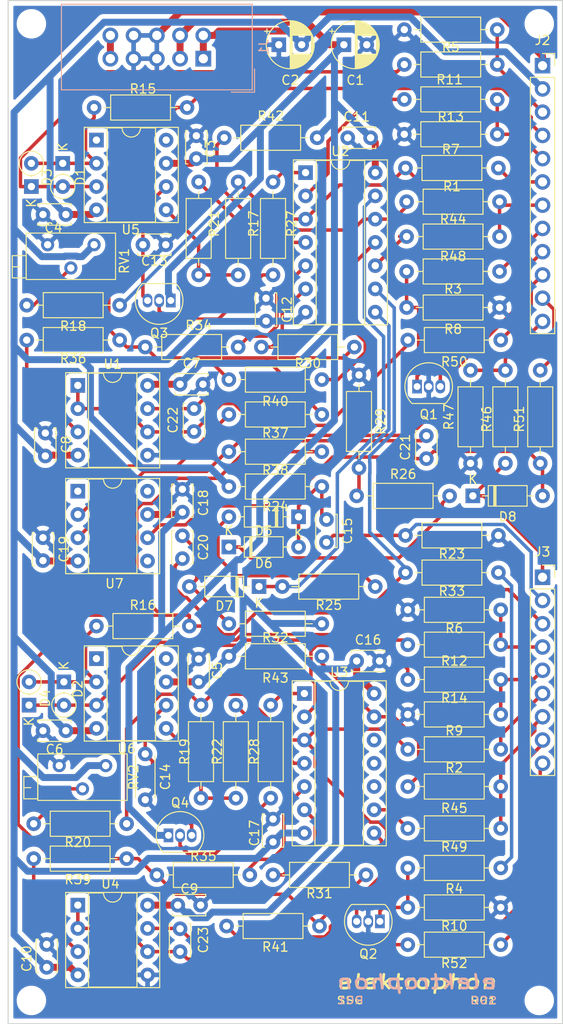
<source format=kicad_pcb>
(kicad_pcb (version 20171130) (host pcbnew "(5.1.4)-1")
  (title_block (title "Smooth and Stepped Generator") (date 2019-11-17) (rev 01) (comment 1 "Original design by Ken Stone") (comment 2 "Schema for main circuit") (comment 4 "License CC BY 4.0 - Attribution 4.0 International"))
  (layers (0 F.Cu signal) (31 B.Cu signal hide) (34 B.Paste user) (35 F.Paste user) (36 B.SilkS user) (37 F.SilkS user) (38 B.Mask user) (39 F.Mask user) (44 Edge.Cuts user))
  (net 0 "")
  (net 1 GND)
  (net 2 "Net-(D7-Pad1)")
  (net 3 -15V)
  (net 4 +15V)
  (net 5 "Net-(C13-Pad1)")
  (net 6 "Net-(C14-Pad1)")
  (net 7 SAMPLE_2)
  (net 8 "Net-(C20-Pad2)")
  (net 9 "Net-(C20-Pad1)")
  (net 10 "Net-(C21-Pad2)")
  (net 11 "Net-(C21-Pad1)")
  (net 12 "Net-(C22-Pad2)")
  (net 13 LED_1_a)
  (net 14 "Net-(C23-Pad2)")
  (net 15 LED_2_a)
  (net 16 "Net-(D1-Pad2)")
  (net 17 "Net-(D1-Pad1)")
  (net 18 "Net-(D2-Pad2)")
  (net 19 "Net-(D2-Pad1)")
  (net 20 "Net-(D5-Pad2)")
  (net 21 "Net-(D6-Pad1)")
  (net 22 +5V)
  (net 23 OUT_2)
  (net 24 OUT_1)
  (net 25 LED_2_b)
  (net 26 CYCLE_2)
  (net 27 COUPLER_5V)
  (net 28 COUPLER_HOT)
  (net 29 CYCLE_1)
  (net 30 LED_1_b)
  (net 31 RATE_2)
  (net 32 VC_2)
  (net 33 IN_2)
  (net 34 RATE_1)
  (net 35 HOLD_1)
  (net 36 VC_1)
  (net 37 IN_1)
  (net 38 "Net-(Q1-Pad1)")
  (net 39 "Net-(Q1-Pad3)")
  (net 40 "Net-(Q2-Pad1)")
  (net 41 "Net-(Q2-Pad3)")
  (net 42 /HOLD)
  (net 43 "Net-(R13-Pad1)")
  (net 44 "Net-(R14-Pad1)")
  (net 45 "Net-(R17-Pad1)")
  (net 46 "Net-(R18-Pad1)")
  (net 47 "Net-(R19-Pad1)")
  (net 48 "Net-(R20-Pad1)")
  (net 49 "Net-(R21-Pad2)")
  (net 50 "Net-(R22-Pad2)")
  (net 51 "Net-(R26-Pad1)")
  (net 52 "Net-(R27-Pad1)")
  (net 53 "Net-(R28-Pad1)")
  (net 54 "Net-(R30-Pad1)")
  (net 55 "Net-(R31-Pad1)")
  (net 56 "Net-(R34-Pad2)")
  (net 57 "Net-(R35-Pad2)")
  (net 58 "Net-(R36-Pad1)")
  (net 59 "Net-(R37-Pad1)")
  (net 60 "Net-(R39-Pad1)")
  (net 61 "Net-(R40-Pad1)")
  (net 62 "Net-(R41-Pad1)")
  (net 63 "Net-(R42-Pad1)")
  (net 64 "Net-(R43-Pad1)")
  (net 65 "Net-(R48-Pad2)")
  (net 66 "Net-(R49-Pad2)")
  (net 67 "Net-(U5-Pad8)")
  (net 68 "Net-(U5-Pad1)")
  (net 69 "Net-(U6-Pad8)")
  (net 70 "Net-(U6-Pad1)")
  (net 71 "Net-(U7-Pad8)")
  (net 72 "Net-(U7-Pad5)")
  (net 73 "Net-(U7-Pad1)")
  (net 74 LED)
  (net 75 "Net-(C15-Pad2)")
  (net 76 "Net-(Q3-Pad2)")
  (net 77 "Net-(Q4-Pad2)")
  (module MountingHole:MountingHole_2.2mm_M2 (layer F.Cu) (at 83.46 27.94)
    (fp_text reference REF** hide)
    (fp_text value MountingHole_2.2mm_M2 hide)
    (pad 1 np_thru_hole circle (at 0 0) (size 2.2 2.2) (drill 2.2) (layers *.Cu *.Mask))
  )
  (module MountingHole:MountingHole_2.2mm_M2 (layer F.Cu) (at 27.94 27.94)
    (fp_text reference REF** hide)
    (fp_text value MountingHole_2.2mm_M2 hide)
    (pad 1 np_thru_hole circle (at 0 0) (size 2.2 2.2) (drill 2.2) (layers *.Cu *.Mask))
  )
  (module MountingHole:MountingHole_2.2mm_M2 (layer F.Cu) (at 27.94 134.62)
    (fp_text reference REF** hide)
    (fp_text value MountingHole_2.2mm_M2 hide)
    (pad 1 np_thru_hole circle (at 0 0) (size 2.2 2.2) (drill 2.2) (layers *.Cu *.Mask))
  )
  (module MountingHole:MountingHole_2.2mm_M2 (layer F.Cu) (at 83.46 134.62)
    (fp_text reference REF** hide)
    (fp_text value MountingHole_2.2mm_M2 hide)
    (pad 1 np_thru_hole circle (at 0 0) (size 2.2 2.2) (drill 2.2) (layers *.Cu *.Mask))
  )
  (module "elektrophon:elektrophon logo" (layer F.Cu) (at 70.104 133.604)
    (fp_text reference REF** hide)
    (fp_text value "elektrophon logo" hide)
    (fp_text user SSG (at 8.84 1.02) (layer B.SilkS) (effects (font (size 0.8 1)) (justify left mirror)))
    (fp_text user R01 (at -8.83 1) (layer B.SilkS) (effects (font (size 0.8 1)) (justify right mirror)))
    (fp_text user elektrophon (at 0 -1.016) (layer B.SilkS) (effects (font (size 1.5 2) (thickness 0.3) italic) (justify mirror)))
    (fp_text user R01 (at 8.8 1.02) (layer F.SilkS) (effects (font (size 0.8 1)) (justify right)))
    (fp_text user SSG (at -8.88 1) (layer F.SilkS) (effects (font (size 0.8 1)) (justify left)))
    (fp_text user elektrophon (at 0 -1.016) (layer F.SilkS) (effects (font (size 1.5 2) (thickness 0.3) italic)))
  )
  (module Package_TO_SOT_THT:TO-92_Inline (layer F.Cu) (at 42.926 116.586)
    (fp_text reference Q4 (at 1.27 -3.56) (layer F.SilkS))
    (fp_text value 2N5457)
    (pad 1 thru_hole rect (at 0 0) (size 1.05 1.5) (drill 0.75) (layers *.Cu *.Mask) (net 4 +15V))
    (pad 3 thru_hole oval (at 2.54 0) (size 1.05 1.5) (drill 0.75) (layers *.Cu *.Mask) (net 6 "Net-(C14-Pad1)"))
    (pad 2 thru_hole oval (at 1.27 0) (size 1.05 1.5) (drill 0.75) (layers *.Cu *.Mask) (net 77 "Net-(Q4-Pad2)"))
  )
  (module Package_TO_SOT_THT:TO-92_Inline (layer F.Cu) (at 43.18 58.166 180)
    (fp_text reference Q3 (at 1.27 -3.56) (layer F.SilkS))
    (fp_text value 2N5457)
    (pad 1 thru_hole rect (at 0 0 180) (size 1.05 1.5) (drill 0.75) (layers *.Cu *.Mask) (net 4 +15V))
    (pad 3 thru_hole oval (at 2.54 0 180) (size 1.05 1.5) (drill 0.75) (layers *.Cu *.Mask) (net 5 "Net-(C13-Pad1)"))
    (pad 2 thru_hole oval (at 1.27 0 180) (size 1.05 1.5) (drill 0.75) (layers *.Cu *.Mask) (net 76 "Net-(Q3-Pad2)"))
  )
  (module Package_TO_SOT_THT:TO-92_Inline (layer F.Cu) (at 66.04 125.984 180)
    (fp_text reference Q2 (at 1.27 -3.56) (layer F.SilkS))
    (fp_text value PN4250)
    (pad 1 thru_hole rect (at 0 0 180) (size 1.05 1.5) (drill 0.75) (layers *.Cu *.Mask) (net 40 "Net-(Q2-Pad1)"))
    (pad 3 thru_hole oval (at 2.54 0 180) (size 1.05 1.5) (drill 0.75) (layers *.Cu *.Mask) (net 41 "Net-(Q2-Pad3)"))
    (pad 2 thru_hole oval (at 1.27 0 180) (size 1.05 1.5) (drill 0.75) (layers *.Cu *.Mask) (net 1 GND))
  )
  (module Package_TO_SOT_THT:TO-92_Inline (layer F.Cu) (at 70.104 67.564)
    (fp_text reference Q1 (at 1.27 3.048) (layer F.SilkS))
    (fp_text value PN4250)
    (pad 1 thru_hole rect (at 0 0) (size 1.05 1.5) (drill 0.75) (layers *.Cu *.Mask) (net 38 "Net-(Q1-Pad1)"))
    (pad 3 thru_hole oval (at 2.54 0) (size 1.05 1.5) (drill 0.75) (layers *.Cu *.Mask) (net 39 "Net-(Q1-Pad3)"))
    (pad 2 thru_hole oval (at 1.27 0) (size 1.05 1.5) (drill 0.75) (layers *.Cu *.Mask) (net 1 GND))
  )
  (module Capacitor_THT:C_Disc_D4.3mm_W1.9mm_P5.00mm (layer F.Cu) (at 40.386 107.696 270)
    (fp_text reference C14 (at 2.5 -2.2 90) (layer F.SilkS))
    (fp_text value 220n)
    (pad 2 thru_hole circle (at 5 0 270) (size 1.6 1.6) (drill 0.8) (layers *.Cu *.Mask) (net 1 GND))
    (pad 1 thru_hole circle (at 0 0 270) (size 1.6 1.6) (drill 0.8) (layers *.Cu *.Mask) (net 6 "Net-(C14-Pad1)"))
  )
  (module Package_DIP:DIP-14_W7.62mm_Socket (layer F.Cu) (at 57.785 101.092)
    (fp_text reference U3 (at 3.81 -2.33) (layer F.SilkS))
    (fp_text value LM3900)
    (pad 14 thru_hole oval (at 7.62 0) (size 1.6 1.6) (drill 0.8) (layers *.Cu *.Mask) (net 4 +15V))
    (pad 7 thru_hole oval (at 0 15.24) (size 1.6 1.6) (drill 0.8) (layers *.Cu *.Mask) (net 3 -15V))
    (pad 13 thru_hole oval (at 7.62 2.54) (size 1.6 1.6) (drill 0.8) (layers *.Cu *.Mask) (net 64 "Net-(R43-Pad1)"))
    (pad 6 thru_hole oval (at 0 12.7) (size 1.6 1.6) (drill 0.8) (layers *.Cu *.Mask) (net 55 "Net-(R31-Pad1)"))
    (pad 12 thru_hole oval (at 7.62 5.08) (size 1.6 1.6) (drill 0.8) (layers *.Cu *.Mask))
    (pad 5 thru_hole oval (at 0 10.16) (size 1.6 1.6) (drill 0.8) (layers *.Cu *.Mask) (net 57 "Net-(R35-Pad2)"))
    (pad 11 thru_hole oval (at 7.62 7.62) (size 1.6 1.6) (drill 0.8) (layers *.Cu *.Mask))
    (pad 4 thru_hole oval (at 0 7.62) (size 1.6 1.6) (drill 0.8) (layers *.Cu *.Mask) (net 50 "Net-(R22-Pad2)"))
    (pad 10 thru_hole oval (at 7.62 10.16) (size 1.6 1.6) (drill 0.8) (layers *.Cu *.Mask))
    (pad 3 thru_hole oval (at 0 5.08) (size 1.6 1.6) (drill 0.8) (layers *.Cu *.Mask) (net 41 "Net-(Q2-Pad3)"))
    (pad 9 thru_hole oval (at 7.62 12.7) (size 1.6 1.6) (drill 0.8) (layers *.Cu *.Mask) (net 66 "Net-(R49-Pad2)"))
    (pad 2 thru_hole oval (at 0 2.54) (size 1.6 1.6) (drill 0.8) (layers *.Cu *.Mask) (net 44 "Net-(R14-Pad1)"))
    (pad 8 thru_hole oval (at 7.62 15.24) (size 1.6 1.6) (drill 0.8) (layers *.Cu *.Mask) (net 62 "Net-(R41-Pad1)"))
    (pad 1 thru_hole rect (at 0 0) (size 1.6 1.6) (drill 0.8) (layers *.Cu *.Mask) (net 53 "Net-(R28-Pad1)"))
  )
  (module Package_DIP:DIP-14_W7.62mm_Socket (layer F.Cu) (at 57.912 44.196)
    (fp_text reference U2 (at 3.81 -2.33) (layer F.SilkS))
    (fp_text value LM3900)
    (pad 14 thru_hole oval (at 7.62 0) (size 1.6 1.6) (drill 0.8) (layers *.Cu *.Mask) (net 4 +15V))
    (pad 7 thru_hole oval (at 0 15.24) (size 1.6 1.6) (drill 0.8) (layers *.Cu *.Mask) (net 3 -15V))
    (pad 13 thru_hole oval (at 7.62 2.54) (size 1.6 1.6) (drill 0.8) (layers *.Cu *.Mask) (net 2 "Net-(D7-Pad1)"))
    (pad 6 thru_hole oval (at 0 12.7) (size 1.6 1.6) (drill 0.8) (layers *.Cu *.Mask) (net 54 "Net-(R30-Pad1)"))
    (pad 12 thru_hole oval (at 7.62 5.08) (size 1.6 1.6) (drill 0.8) (layers *.Cu *.Mask) (net 63 "Net-(R42-Pad1)"))
    (pad 5 thru_hole oval (at 0 10.16) (size 1.6 1.6) (drill 0.8) (layers *.Cu *.Mask) (net 56 "Net-(R34-Pad2)"))
    (pad 11 thru_hole oval (at 7.62 7.62) (size 1.6 1.6) (drill 0.8) (layers *.Cu *.Mask) (net 61 "Net-(R40-Pad1)"))
    (pad 4 thru_hole oval (at 0 7.62) (size 1.6 1.6) (drill 0.8) (layers *.Cu *.Mask) (net 49 "Net-(R21-Pad2)"))
    (pad 10 thru_hole oval (at 7.62 10.16) (size 1.6 1.6) (drill 0.8) (layers *.Cu *.Mask) (net 65 "Net-(R48-Pad2)"))
    (pad 3 thru_hole oval (at 0 5.08) (size 1.6 1.6) (drill 0.8) (layers *.Cu *.Mask) (net 39 "Net-(Q1-Pad3)"))
    (pad 9 thru_hole oval (at 7.62 12.7) (size 1.6 1.6) (drill 0.8) (layers *.Cu *.Mask) (net 9 "Net-(C20-Pad1)"))
    (pad 2 thru_hole oval (at 0 2.54) (size 1.6 1.6) (drill 0.8) (layers *.Cu *.Mask) (net 43 "Net-(R13-Pad1)"))
    (pad 8 thru_hole oval (at 7.62 15.24) (size 1.6 1.6) (drill 0.8) (layers *.Cu *.Mask) (net 51 "Net-(R26-Pad1)"))
    (pad 1 thru_hole rect (at 0 0) (size 1.6 1.6) (drill 0.8) (layers *.Cu *.Mask) (net 52 "Net-(R27-Pad1)"))
  )
  (module Connector_PinSocket_2.54mm:PinSocket_1x09_P2.54mm_Vertical (layer F.Cu) (at 83.82 88.392)
    (fp_text reference J3 (at 0 -2.77) (layer F.SilkS))
    (fp_text value Conn_01x09_Female hide)
    (pad 9 thru_hole oval (at 0 20.32) (size 1.7 1.7) (drill 1) (layers *.Cu *.Mask) (net 25 LED_2_b))
    (pad 8 thru_hole oval (at 0 17.78) (size 1.7 1.7) (drill 1) (layers *.Cu *.Mask) (net 15 LED_2_a))
    (pad 7 thru_hole oval (at 0 15.24) (size 1.7 1.7) (drill 1) (layers *.Cu *.Mask) (net 26 CYCLE_2))
    (pad 6 thru_hole oval (at 0 12.7) (size 1.7 1.7) (drill 1) (layers *.Cu *.Mask) (net 31 RATE_2))
    (pad 5 thru_hole oval (at 0 10.16) (size 1.7 1.7) (drill 1) (layers *.Cu *.Mask) (net 32 VC_2))
    (pad 4 thru_hole oval (at 0 7.62) (size 1.7 1.7) (drill 1) (layers *.Cu *.Mask) (net 33 IN_2))
    (pad 3 thru_hole oval (at 0 5.08) (size 1.7 1.7) (drill 1) (layers *.Cu *.Mask) (net 23 OUT_2))
    (pad 2 thru_hole oval (at 0 2.54) (size 1.7 1.7) (drill 1) (layers *.Cu *.Mask) (net 7 SAMPLE_2))
    (pad 1 thru_hole rect (at 0 0) (size 1.7 1.7) (drill 1) (layers *.Cu *.Mask) (net 74 LED))
  )
  (module Diode_THT:D_DO-35_SOD27_P2.54mm_Vertical_KathodeUp (layer F.Cu) (at 27.686 102.362 90)
    (fp_text reference D4 (at 0.762 1.778 90) (layer F.SilkS))
    (fp_text value 1N4148)
    (fp_text user K (at -1.8 0 90) (layer F.SilkS))
    (pad 2 thru_hole oval (at 2.54 0 90) (size 1.6 1.6) (drill 0.8) (layers *.Cu *.Mask) (net 19 "Net-(D2-Pad1)"))
    (pad 1 thru_hole rect (at 0 0 90) (size 1.6 1.6) (drill 0.8) (layers *.Cu *.Mask) (net 18 "Net-(D2-Pad2)"))
  )
  (module Diode_THT:D_DO-35_SOD27_P2.54mm_Vertical_KathodeUp (layer F.Cu) (at 31.496 99.822 270)
    (fp_text reference D2 (at 0.762 -1.524 90) (layer F.SilkS))
    (fp_text value 1N4148)
    (fp_text user K (at -1.8 0 90) (layer F.SilkS))
    (pad 2 thru_hole oval (at 2.54 0 270) (size 1.6 1.6) (drill 0.8) (layers *.Cu *.Mask) (net 18 "Net-(D2-Pad2)"))
    (pad 1 thru_hole rect (at 0 0 270) (size 1.6 1.6) (drill 0.8) (layers *.Cu *.Mask) (net 19 "Net-(D2-Pad1)"))
  )
  (module Connector_PinSocket_2.54mm:PinSocket_1x12_P2.54mm_Vertical (layer F.Cu) (at 83.82 32.512)
    (fp_text reference J2 (at 0 -2.77) (layer F.SilkS))
    (fp_text value Conn_01x12_Female hide)
    (pad 12 thru_hole oval (at 0 27.94) (size 1.7 1.7) (drill 1) (layers *.Cu *.Mask) (net 27 COUPLER_5V))
    (pad 11 thru_hole oval (at 0 25.4) (size 1.7 1.7) (drill 1) (layers *.Cu *.Mask) (net 28 COUPLER_HOT))
    (pad 10 thru_hole oval (at 0 22.86) (size 1.7 1.7) (drill 1) (layers *.Cu *.Mask) (net 30 LED_1_b))
    (pad 9 thru_hole oval (at 0 20.32) (size 1.7 1.7) (drill 1) (layers *.Cu *.Mask) (net 13 LED_1_a))
    (pad 8 thru_hole oval (at 0 17.78) (size 1.7 1.7) (drill 1) (layers *.Cu *.Mask) (net 35 HOLD_1))
    (pad 7 thru_hole oval (at 0 15.24) (size 1.7 1.7) (drill 1) (layers *.Cu *.Mask) (net 29 CYCLE_1))
    (pad 6 thru_hole oval (at 0 12.7) (size 1.7 1.7) (drill 1) (layers *.Cu *.Mask) (net 34 RATE_1))
    (pad 5 thru_hole oval (at 0 10.16) (size 1.7 1.7) (drill 1) (layers *.Cu *.Mask) (net 36 VC_1))
    (pad 4 thru_hole oval (at 0 7.62) (size 1.7 1.7) (drill 1) (layers *.Cu *.Mask) (net 24 OUT_1))
    (pad 3 thru_hole oval (at 0 5.08) (size 1.7 1.7) (drill 1) (layers *.Cu *.Mask) (net 37 IN_1))
    (pad 2 thru_hole oval (at 0 2.54) (size 1.7 1.7) (drill 1) (layers *.Cu *.Mask) (net 3 -15V))
    (pad 1 thru_hole rect (at 0 0) (size 1.7 1.7) (drill 1) (layers *.Cu *.Mask) (net 1 GND))
  )
  (module Diode_THT:D_DO-35_SOD27_P2.54mm_Vertical_KathodeUp (layer F.Cu) (at 27.94 45.72 90)
    (fp_text reference D3 (at 1.016 1.7145 90) (layer F.SilkS))
    (fp_text value 1N4148)
    (fp_text user K (at -1.8 0 90) (layer F.SilkS))
    (pad 2 thru_hole oval (at 2.54 0 90) (size 1.6 1.6) (drill 0.8) (layers *.Cu *.Mask) (net 17 "Net-(D1-Pad1)"))
    (pad 1 thru_hole rect (at 0 0 90) (size 1.6 1.6) (drill 0.8) (layers *.Cu *.Mask) (net 16 "Net-(D1-Pad2)"))
  )
  (module Diode_THT:D_DO-35_SOD27_P2.54mm_Vertical_KathodeUp (layer F.Cu) (at 31.369 43.18 270)
    (fp_text reference D1 (at 1.4605 -1.905 90) (layer F.SilkS))
    (fp_text value 1N4148)
    (fp_text user K (at -1.8 0 90) (layer F.SilkS))
    (pad 2 thru_hole oval (at 2.54 0 270) (size 1.6 1.6) (drill 0.8) (layers *.Cu *.Mask) (net 16 "Net-(D1-Pad2)"))
    (pad 1 thru_hole rect (at 0 0 270) (size 1.6 1.6) (drill 0.8) (layers *.Cu *.Mask) (net 17 "Net-(D1-Pad1)"))
  )
  (module Package_DIP:DIP-8_W7.62mm_Socket (layer F.Cu) (at 33.02 78.994)
    (fp_text reference U7 (at 4.0005 10.0965) (layer F.SilkS))
    (fp_text value LM741)
    (pad 8 thru_hole oval (at 7.62 0) (size 1.6 1.6) (drill 0.8) (layers *.Cu *.Mask) (net 71 "Net-(U7-Pad8)"))
    (pad 4 thru_hole oval (at 0 7.62) (size 1.6 1.6) (drill 0.8) (layers *.Cu *.Mask) (net 3 -15V))
    (pad 7 thru_hole oval (at 7.62 2.54) (size 1.6 1.6) (drill 0.8) (layers *.Cu *.Mask) (net 4 +15V))
    (pad 3 thru_hole oval (at 0 5.08) (size 1.6 1.6) (drill 0.8) (layers *.Cu *.Mask) (net 10 "Net-(C21-Pad2)"))
    (pad 6 thru_hole oval (at 7.62 5.08) (size 1.6 1.6) (drill 0.8) (layers *.Cu *.Mask) (net 11 "Net-(C21-Pad1)"))
    (pad 2 thru_hole oval (at 0 2.54) (size 1.6 1.6) (drill 0.8) (layers *.Cu *.Mask) (net 59 "Net-(R37-Pad1)"))
    (pad 5 thru_hole oval (at 7.62 7.62) (size 1.6 1.6) (drill 0.8) (layers *.Cu *.Mask) (net 72 "Net-(U7-Pad5)"))
    (pad 1 thru_hole rect (at 0 0) (size 1.6 1.6) (drill 0.8) (layers *.Cu *.Mask) (net 73 "Net-(U7-Pad1)"))
  )
  (module Package_DIP:DIP-8_W7.62mm_Socket (layer F.Cu) (at 35.052 97.282)
    (fp_text reference U6 (at 3.302 9.8425) (layer F.SilkS))
    (fp_text value CA3080)
    (pad 8 thru_hole oval (at 7.62 0) (size 1.6 1.6) (drill 0.8) (layers *.Cu *.Mask) (net 69 "Net-(U6-Pad8)"))
    (pad 4 thru_hole oval (at 0 7.62) (size 1.6 1.6) (drill 0.8) (layers *.Cu *.Mask) (net 3 -15V))
    (pad 7 thru_hole oval (at 7.62 2.54) (size 1.6 1.6) (drill 0.8) (layers *.Cu *.Mask) (net 4 +15V))
    (pad 3 thru_hole oval (at 0 5.08) (size 1.6 1.6) (drill 0.8) (layers *.Cu *.Mask) (net 18 "Net-(D2-Pad2)"))
    (pad 6 thru_hole oval (at 7.62 5.08) (size 1.6 1.6) (drill 0.8) (layers *.Cu *.Mask) (net 6 "Net-(C14-Pad1)"))
    (pad 2 thru_hole oval (at 0 2.54) (size 1.6 1.6) (drill 0.8) (layers *.Cu *.Mask) (net 19 "Net-(D2-Pad1)"))
    (pad 5 thru_hole oval (at 7.62 7.62) (size 1.6 1.6) (drill 0.8) (layers *.Cu *.Mask) (net 47 "Net-(R19-Pad1)"))
    (pad 1 thru_hole rect (at 0 0) (size 1.6 1.6) (drill 0.8) (layers *.Cu *.Mask) (net 70 "Net-(U6-Pad1)"))
  )
  (module Package_DIP:DIP-8_W7.62mm_Socket (layer F.Cu) (at 35.052 40.64)
    (fp_text reference U5 (at 3.7465 9.779) (layer F.SilkS))
    (fp_text value CA3080)
    (pad 8 thru_hole oval (at 7.62 0) (size 1.6 1.6) (drill 0.8) (layers *.Cu *.Mask) (net 67 "Net-(U5-Pad8)"))
    (pad 4 thru_hole oval (at 0 7.62) (size 1.6 1.6) (drill 0.8) (layers *.Cu *.Mask) (net 3 -15V))
    (pad 7 thru_hole oval (at 7.62 2.54) (size 1.6 1.6) (drill 0.8) (layers *.Cu *.Mask) (net 4 +15V))
    (pad 3 thru_hole oval (at 0 5.08) (size 1.6 1.6) (drill 0.8) (layers *.Cu *.Mask) (net 16 "Net-(D1-Pad2)"))
    (pad 6 thru_hole oval (at 7.62 5.08) (size 1.6 1.6) (drill 0.8) (layers *.Cu *.Mask) (net 5 "Net-(C13-Pad1)"))
    (pad 2 thru_hole oval (at 0 2.54) (size 1.6 1.6) (drill 0.8) (layers *.Cu *.Mask) (net 17 "Net-(D1-Pad1)"))
    (pad 5 thru_hole oval (at 7.62 7.62) (size 1.6 1.6) (drill 0.8) (layers *.Cu *.Mask) (net 45 "Net-(R17-Pad1)"))
    (pad 1 thru_hole rect (at 0 0) (size 1.6 1.6) (drill 0.8) (layers *.Cu *.Mask) (net 68 "Net-(U5-Pad1)"))
  )
  (module Package_DIP:DIP-8_W7.62mm_Socket (layer F.Cu) (at 33.02 124.206)
    (fp_text reference U4 (at 3.556 -2.33) (layer F.SilkS))
    (fp_text value TL072)
    (pad 8 thru_hole oval (at 7.62 0) (size 1.6 1.6) (drill 0.8) (layers *.Cu *.Mask) (net 4 +15V))
    (pad 4 thru_hole oval (at 0 7.62) (size 1.6 1.6) (drill 0.8) (layers *.Cu *.Mask) (net 3 -15V))
    (pad 7 thru_hole oval (at 7.62 2.54) (size 1.6 1.6) (drill 0.8) (layers *.Cu *.Mask) (net 14 "Net-(C23-Pad2)"))
    (pad 3 thru_hole oval (at 0 5.08) (size 1.6 1.6) (drill 0.8) (layers *.Cu *.Mask) (net 60 "Net-(R39-Pad1)"))
    (pad 6 thru_hole oval (at 7.62 5.08) (size 1.6 1.6) (drill 0.8) (layers *.Cu *.Mask) (net 15 LED_2_a))
    (pad 2 thru_hole oval (at 0 2.54) (size 1.6 1.6) (drill 0.8) (layers *.Cu *.Mask) (net 15 LED_2_a))
    (pad 5 thru_hole oval (at 7.62 7.62) (size 1.6 1.6) (drill 0.8) (layers *.Cu *.Mask) (net 1 GND))
    (pad 1 thru_hole rect (at 0 0) (size 1.6 1.6) (drill 0.8) (layers *.Cu *.Mask) (net 15 LED_2_a))
  )
  (module Package_DIP:DIP-8_W7.62mm_Socket (layer F.Cu) (at 33.02 67.437)
    (fp_text reference U1 (at 3.81 -2.33) (layer F.SilkS))
    (fp_text value TL072)
    (pad 8 thru_hole oval (at 7.62 0) (size 1.6 1.6) (drill 0.8) (layers *.Cu *.Mask) (net 4 +15V))
    (pad 4 thru_hole oval (at 0 7.62) (size 1.6 1.6) (drill 0.8) (layers *.Cu *.Mask) (net 3 -15V))
    (pad 7 thru_hole oval (at 7.62 2.54) (size 1.6 1.6) (drill 0.8) (layers *.Cu *.Mask) (net 12 "Net-(C22-Pad2)"))
    (pad 3 thru_hole oval (at 0 5.08) (size 1.6 1.6) (drill 0.8) (layers *.Cu *.Mask) (net 58 "Net-(R36-Pad1)"))
    (pad 6 thru_hole oval (at 7.62 5.08) (size 1.6 1.6) (drill 0.8) (layers *.Cu *.Mask) (net 13 LED_1_a))
    (pad 2 thru_hole oval (at 0 2.54) (size 1.6 1.6) (drill 0.8) (layers *.Cu *.Mask) (net 13 LED_1_a))
    (pad 5 thru_hole oval (at 7.62 7.62) (size 1.6 1.6) (drill 0.8) (layers *.Cu *.Mask) (net 1 GND))
    (pad 1 thru_hole rect (at 0 0) (size 1.6 1.6) (drill 0.8) (layers *.Cu *.Mask) (net 13 LED_1_a))
  )
  (module Potentiometer_THT:Potentiometer_Bourns_3296Z_Horizontal (layer F.Cu) (at 36.068 108.966)
    (fp_text reference RV2 (at 3.048 1.27 90) (layer F.SilkS))
    (fp_text value 25k)
    (pad 3 thru_hole circle (at -5.08 0) (size 1.44 1.44) (drill 0.8) (layers *.Cu *.Mask) (net 1 GND))
    (pad 2 thru_hole circle (at -2.54 2.54) (size 1.44 1.44) (drill 0.8) (layers *.Cu *.Mask) (net 48 "Net-(R20-Pad1)"))
    (pad 1 thru_hole circle (at 0 0) (size 1.44 1.44) (drill 0.8) (layers *.Cu *.Mask) (net 3 -15V))
  )
  (module Potentiometer_THT:Potentiometer_Bourns_3296Z_Horizontal (layer F.Cu) (at 34.798 52.07)
    (fp_text reference RV1 (at 3.302 1.778 90) (layer F.SilkS))
    (fp_text value 25k)
    (pad 3 thru_hole circle (at -5.08 0) (size 1.44 1.44) (drill 0.8) (layers *.Cu *.Mask) (net 1 GND))
    (pad 2 thru_hole circle (at -2.54 2.54) (size 1.44 1.44) (drill 0.8) (layers *.Cu *.Mask) (net 46 "Net-(R18-Pad1)"))
    (pad 1 thru_hole circle (at 0 0) (size 1.44 1.44) (drill 0.8) (layers *.Cu *.Mask) (net 3 -15V))
  )
  (module Resistor_THT:R_Axial_DIN0207_L6.3mm_D2.5mm_P10.16mm_Horizontal (layer F.Cu) (at 79.248 128.524 180)
    (fp_text reference R52 (at 5.08 -2.032) (layer F.SilkS))
    (fp_text value 100)
    (pad 2 thru_hole oval (at 10.16 0 180) (size 1.6 1.6) (drill 0.8) (layers *.Cu *.Mask) (net 14 "Net-(C23-Pad2)"))
    (pad 1 thru_hole circle (at 0 0 180) (size 1.6 1.6) (drill 0.8) (layers *.Cu *.Mask) (net 25 LED_2_b))
  )
  (module Resistor_THT:R_Axial_DIN0207_L6.3mm_D2.5mm_P10.16mm_Horizontal (layer F.Cu) (at 83.566 65.786 270)
    (fp_text reference R51 (at 5.334 2.286 90) (layer F.SilkS))
    (fp_text value 3k3)
    (pad 2 thru_hole oval (at 10.16 0 270) (size 1.6 1.6) (drill 0.8) (layers *.Cu *.Mask) (net 11 "Net-(C21-Pad1)"))
    (pad 1 thru_hole circle (at 0 0 270) (size 1.6 1.6) (drill 0.8) (layers *.Cu *.Mask) (net 28 COUPLER_HOT))
  )
  (module Resistor_THT:R_Axial_DIN0207_L6.3mm_D2.5mm_P10.16mm_Horizontal (layer F.Cu) (at 79.248 62.484 180)
    (fp_text reference R50 (at 5.08 -2.37) (layer F.SilkS))
    (fp_text value 100)
    (pad 2 thru_hole oval (at 10.16 0 180) (size 1.6 1.6) (drill 0.8) (layers *.Cu *.Mask) (net 12 "Net-(C22-Pad2)"))
    (pad 1 thru_hole circle (at 0 0 180) (size 1.6 1.6) (drill 0.8) (layers *.Cu *.Mask) (net 30 LED_1_b))
  )
  (module Resistor_THT:R_Axial_DIN0207_L6.3mm_D2.5mm_P10.16mm_Horizontal (layer F.Cu) (at 79.248 115.824 180)
    (fp_text reference R49 (at 5.08 -2.032) (layer F.SilkS))
    (fp_text value 3k3)
    (pad 2 thru_hole oval (at 10.16 0 180) (size 1.6 1.6) (drill 0.8) (layers *.Cu *.Mask) (net 66 "Net-(R49-Pad2)"))
    (pad 1 thru_hole circle (at 0 0 180) (size 1.6 1.6) (drill 0.8) (layers *.Cu *.Mask) (net 26 CYCLE_2))
  )
  (module Resistor_THT:R_Axial_DIN0207_L6.3mm_D2.5mm_P10.16mm_Horizontal (layer F.Cu) (at 79.121 51.181 180)
    (fp_text reference R48 (at 5.08 -2.159) (layer F.SilkS))
    (fp_text value 3k3)
    (pad 2 thru_hole oval (at 10.16 0 180) (size 1.6 1.6) (drill 0.8) (layers *.Cu *.Mask) (net 65 "Net-(R48-Pad2)"))
    (pad 1 thru_hole circle (at 0 0 180) (size 1.6 1.6) (drill 0.8) (layers *.Cu *.Mask) (net 29 CYCLE_1))
  )
  (module Resistor_THT:R_Axial_DIN0207_L6.3mm_D2.5mm_P10.16mm_Horizontal (layer F.Cu) (at 75.946 75.946 90)
    (fp_text reference R47 (at 5.08 -2.37 90) (layer F.SilkS))
    (fp_text value 3k3)
    (pad 2 thru_hole oval (at 10.16 0 90) (size 1.6 1.6) (drill 0.8) (layers *.Cu *.Mask) (net 27 COUPLER_5V))
    (pad 1 thru_hole circle (at 0 0 90) (size 1.6 1.6) (drill 0.8) (layers *.Cu *.Mask) (net 1 GND))
  )
  (module Resistor_THT:R_Axial_DIN0207_L6.3mm_D2.5mm_P10.16mm_Horizontal (layer F.Cu) (at 79.756 65.786 270)
    (fp_text reference R46 (at 5.334 2.032 90) (layer F.SilkS))
    (fp_text value 3k3)
    (pad 2 thru_hole oval (at 10.16 0 270) (size 1.6 1.6) (drill 0.8) (layers *.Cu *.Mask) (net 74 LED))
    (pad 1 thru_hole circle (at 0 0 270) (size 1.6 1.6) (drill 0.8) (layers *.Cu *.Mask) (net 27 COUPLER_5V))
  )
  (module Resistor_THT:R_Axial_DIN0207_L6.3mm_D2.5mm_P10.16mm_Horizontal (layer F.Cu) (at 79.248 111.252 180)
    (fp_text reference R45 (at 5.08 -2.37) (layer F.SilkS))
    (fp_text value 2M2)
    (pad 2 thru_hole oval (at 10.16 0 180) (size 1.6 1.6) (drill 0.8) (layers *.Cu *.Mask) (net 64 "Net-(R43-Pad1)"))
    (pad 1 thru_hole circle (at 0 0 180) (size 1.6 1.6) (drill 0.8) (layers *.Cu *.Mask) (net 26 CYCLE_2))
  )
  (module Resistor_THT:R_Axial_DIN0207_L6.3mm_D2.5mm_P10.16mm_Horizontal (layer F.Cu) (at 79.121 47.371 180)
    (fp_text reference R44 (at 5.08 -1.905) (layer F.SilkS))
    (fp_text value 2M2)
    (pad 2 thru_hole oval (at 10.16 0 180) (size 1.6 1.6) (drill 0.8) (layers *.Cu *.Mask) (net 63 "Net-(R42-Pad1)"))
    (pad 1 thru_hole circle (at 0 0 180) (size 1.6 1.6) (drill 0.8) (layers *.Cu *.Mask) (net 29 CYCLE_1))
  )
  (module Resistor_THT:R_Axial_DIN0207_L6.3mm_D2.5mm_P10.16mm_Horizontal (layer F.Cu) (at 59.69 97.028 180)
    (fp_text reference R43 (at 5.08 -2.37) (layer F.SilkS))
    (fp_text value 1M)
    (pad 2 thru_hole oval (at 10.16 0 180) (size 1.6 1.6) (drill 0.8) (layers *.Cu *.Mask) (net 4 +15V))
    (pad 1 thru_hole circle (at 0 0 180) (size 1.6 1.6) (drill 0.8) (layers *.Cu *.Mask) (net 64 "Net-(R43-Pad1)"))
  )
  (module Resistor_THT:R_Axial_DIN0207_L6.3mm_D2.5mm_P10.16mm_Horizontal (layer F.Cu) (at 49.022 40.386)
    (fp_text reference R42 (at 5.08 -2.37) (layer F.SilkS))
    (fp_text value 1M)
    (pad 2 thru_hole oval (at 10.16 0) (size 1.6 1.6) (drill 0.8) (layers *.Cu *.Mask) (net 4 +15V))
    (pad 1 thru_hole circle (at 0 0) (size 1.6 1.6) (drill 0.8) (layers *.Cu *.Mask) (net 63 "Net-(R42-Pad1)"))
  )
  (module Resistor_THT:R_Axial_DIN0207_L6.3mm_D2.5mm_P10.16mm_Horizontal (layer F.Cu) (at 49.276 126.492)
    (fp_text reference R41 (at 5.334 2.286) (layer F.SilkS))
    (fp_text value 470k)
    (pad 2 thru_hole oval (at 10.16 0) (size 1.6 1.6) (drill 0.8) (layers *.Cu *.Mask) (net 23 OUT_2))
    (pad 1 thru_hole circle (at 0 0) (size 1.6 1.6) (drill 0.8) (layers *.Cu *.Mask) (net 62 "Net-(R41-Pad1)"))
  )
  (module Resistor_THT:R_Axial_DIN0207_L6.3mm_D2.5mm_P10.16mm_Horizontal (layer F.Cu) (at 59.69 66.802 180)
    (fp_text reference R40 (at 5.08 -2.37) (layer F.SilkS))
    (fp_text value 470k)
    (pad 2 thru_hole oval (at 10.16 0 180) (size 1.6 1.6) (drill 0.8) (layers *.Cu *.Mask) (net 24 OUT_1))
    (pad 1 thru_hole circle (at 0 0 180) (size 1.6 1.6) (drill 0.8) (layers *.Cu *.Mask) (net 61 "Net-(R40-Pad1)"))
  )
  (module Resistor_THT:R_Axial_DIN0207_L6.3mm_D2.5mm_P10.16mm_Horizontal (layer F.Cu) (at 28.194 119.126)
    (fp_text reference R39 (at 4.826 2.286) (layer F.SilkS))
    (fp_text value 10k)
    (pad 2 thru_hole oval (at 10.16 0) (size 1.6 1.6) (drill 0.8) (layers *.Cu *.Mask) (net 23 OUT_2))
    (pad 1 thru_hole circle (at 0 0) (size 1.6 1.6) (drill 0.8) (layers *.Cu *.Mask) (net 60 "Net-(R39-Pad1)"))
  )
  (module Resistor_THT:R_Axial_DIN0207_L6.3mm_D2.5mm_P10.16mm_Horizontal (layer F.Cu) (at 49.53 74.676)
    (fp_text reference R38 (at 5.08 2.032) (layer F.SilkS))
    (fp_text value 10k)
    (pad 2 thru_hole oval (at 10.16 0) (size 1.6 1.6) (drill 0.8) (layers *.Cu *.Mask) (net 23 OUT_2))
    (pad 1 thru_hole circle (at 0 0) (size 1.6 1.6) (drill 0.8) (layers *.Cu *.Mask) (net 10 "Net-(C21-Pad2)"))
  )
  (module Resistor_THT:R_Axial_DIN0207_L6.3mm_D2.5mm_P10.16mm_Horizontal (layer F.Cu) (at 49.53 70.612)
    (fp_text reference R37 (at 5.08 2.032) (layer F.SilkS))
    (fp_text value 10k)
    (pad 2 thru_hole oval (at 10.16 0) (size 1.6 1.6) (drill 0.8) (layers *.Cu *.Mask) (net 24 OUT_1))
    (pad 1 thru_hole circle (at 0 0) (size 1.6 1.6) (drill 0.8) (layers *.Cu *.Mask) (net 59 "Net-(R37-Pad1)"))
  )
  (module Resistor_THT:R_Axial_DIN0207_L6.3mm_D2.5mm_P10.16mm_Horizontal (layer F.Cu) (at 27.432 62.484)
    (fp_text reference R36 (at 5.08 2.032) (layer F.SilkS))
    (fp_text value 10k)
    (pad 2 thru_hole oval (at 10.16 0) (size 1.6 1.6) (drill 0.8) (layers *.Cu *.Mask) (net 24 OUT_1))
    (pad 1 thru_hole circle (at 0 0) (size 1.6 1.6) (drill 0.8) (layers *.Cu *.Mask) (net 58 "Net-(R36-Pad1)"))
  )
  (module Resistor_THT:R_Axial_DIN0207_L6.3mm_D2.5mm_P10.16mm_Horizontal (layer F.Cu) (at 41.656 120.904)
    (fp_text reference R35 (at 5.08 -2.032) (layer F.SilkS))
    (fp_text value 330)
    (pad 2 thru_hole oval (at 10.16 0) (size 1.6 1.6) (drill 0.8) (layers *.Cu *.Mask) (net 57 "Net-(R35-Pad2)"))
    (pad 1 thru_hole circle (at 0 0) (size 1.6 1.6) (drill 0.8) (layers *.Cu *.Mask) (net 23 OUT_2))
  )
  (module Resistor_THT:R_Axial_DIN0207_L6.3mm_D2.5mm_P10.16mm_Horizontal (layer F.Cu) (at 40.386 63.246)
    (fp_text reference R34 (at 5.842 -2.37) (layer F.SilkS))
    (fp_text value 330)
    (pad 2 thru_hole oval (at 10.16 0) (size 1.6 1.6) (drill 0.8) (layers *.Cu *.Mask) (net 56 "Net-(R34-Pad2)"))
    (pad 1 thru_hole circle (at 0 0) (size 1.6 1.6) (drill 0.8) (layers *.Cu *.Mask) (net 24 OUT_1))
  )
  (module Resistor_THT:R_Axial_DIN0207_L6.3mm_D2.5mm_P10.16mm_Horizontal (layer F.Cu) (at 78.994 87.884 180)
    (fp_text reference R33 (at 5.08 -2.032) (layer F.SilkS))
    (fp_text value 330)
    (pad 2 thru_hole oval (at 10.16 0 180) (size 1.6 1.6) (drill 0.8) (layers *.Cu *.Mask) (net 9 "Net-(C20-Pad1)"))
    (pad 1 thru_hole circle (at 0 0 180) (size 1.6 1.6) (drill 0.8) (layers *.Cu *.Mask) (net 42 /HOLD))
  )
  (module Resistor_THT:R_Axial_DIN0207_L6.3mm_D2.5mm_P10.16mm_Horizontal (layer F.Cu) (at 49.53 93.472)
    (fp_text reference R32 (at 5.08 1.524) (layer F.SilkS))
    (fp_text value 1M5)
    (pad 2 thru_hole oval (at 10.16 0) (size 1.6 1.6) (drill 0.8) (layers *.Cu *.Mask) (net 4 +15V))
    (pad 1 thru_hole circle (at 0 0) (size 1.6 1.6) (drill 0.8) (layers *.Cu *.Mask) (net 8 "Net-(C20-Pad2)"))
  )
  (module Resistor_THT:R_Axial_DIN0207_L6.3mm_D2.5mm_P10.16mm_Horizontal (layer F.Cu) (at 54.356 120.904)
    (fp_text reference R31 (at 5.08 2.032) (layer F.SilkS))
    (fp_text value 820k)
    (pad 2 thru_hole oval (at 10.16 0) (size 1.6 1.6) (drill 0.8) (layers *.Cu *.Mask) (net 23 OUT_2))
    (pad 1 thru_hole circle (at 0 0) (size 1.6 1.6) (drill 0.8) (layers *.Cu *.Mask) (net 55 "Net-(R31-Pad1)"))
  )
  (module Resistor_THT:R_Axial_DIN0207_L6.3mm_D2.5mm_P10.16mm_Horizontal (layer F.Cu) (at 53.086 63.246)
    (fp_text reference R30 (at 5.08 1.778) (layer F.SilkS))
    (fp_text value 1M)
    (pad 2 thru_hole oval (at 10.16 0) (size 1.6 1.6) (drill 0.8) (layers *.Cu *.Mask) (net 24 OUT_1))
    (pad 1 thru_hole circle (at 0 0) (size 1.6 1.6) (drill 0.8) (layers *.Cu *.Mask) (net 54 "Net-(R30-Pad1)"))
  )
  (module Resistor_THT:R_Axial_DIN0207_L6.3mm_D2.5mm_P10.16mm_Horizontal (layer F.Cu) (at 63.754 66.294 270)
    (fp_text reference R29 (at 5.08 -2.37 90) (layer F.SilkS))
    (fp_text value 4M7)
    (pad 2 thru_hole oval (at 10.16 0 270) (size 1.6 1.6) (drill 0.8) (layers *.Cu *.Mask) (net 51 "Net-(R26-Pad1)"))
    (pad 1 thru_hole circle (at 0 0 270) (size 1.6 1.6) (drill 0.8) (layers *.Cu *.Mask) (net 1 GND))
  )
  (module Resistor_THT:R_Axial_DIN0207_L6.3mm_D2.5mm_P10.16mm_Horizontal (layer F.Cu) (at 54.102 102.362 270)
    (fp_text reference R28 (at 5.08 1.778 90) (layer F.SilkS))
    (fp_text value 1m)
    (pad 2 thru_hole oval (at 10.16 0 270) (size 1.6 1.6) (drill 0.8) (layers *.Cu *.Mask) (net 77 "Net-(Q4-Pad2)"))
    (pad 1 thru_hole circle (at 0 0 270) (size 1.6 1.6) (drill 0.8) (layers *.Cu *.Mask) (net 53 "Net-(R28-Pad1)"))
  )
  (module Resistor_THT:R_Axial_DIN0207_L6.3mm_D2.5mm_P10.16mm_Horizontal (layer F.Cu) (at 54.356 45.212 270)
    (fp_text reference R27 (at 4.572 -2.032 90) (layer F.SilkS))
    (fp_text value 820k)
    (pad 2 thru_hole oval (at 10.16 0 270) (size 1.6 1.6) (drill 0.8) (layers *.Cu *.Mask) (net 76 "Net-(Q3-Pad2)"))
    (pad 1 thru_hole circle (at 0 0 270) (size 1.6 1.6) (drill 0.8) (layers *.Cu *.Mask) (net 52 "Net-(R27-Pad1)"))
  )
  (module Resistor_THT:R_Axial_DIN0207_L6.3mm_D2.5mm_P10.16mm_Horizontal (layer F.Cu) (at 63.5 79.502)
    (fp_text reference R26 (at 5.08 -2.37) (layer F.SilkS))
    (fp_text value 100k)
    (pad 2 thru_hole oval (at 10.16 0) (size 1.6 1.6) (drill 0.8) (layers *.Cu *.Mask) (net 21 "Net-(D6-Pad1)"))
    (pad 1 thru_hole circle (at 0 0) (size 1.6 1.6) (drill 0.8) (layers *.Cu *.Mask) (net 51 "Net-(R26-Pad1)"))
  )
  (module Resistor_THT:R_Axial_DIN0207_L6.3mm_D2.5mm_P10.16mm_Horizontal (layer F.Cu) (at 55.372 89.408)
    (fp_text reference R25 (at 5.08 2.032) (layer F.SilkS))
    (fp_text value 680k)
    (pad 2 thru_hole oval (at 10.16 0) (size 1.6 1.6) (drill 0.8) (layers *.Cu *.Mask) (net 20 "Net-(D5-Pad2)"))
    (pad 1 thru_hole circle (at 0 0) (size 1.6 1.6) (drill 0.8) (layers *.Cu *.Mask) (net 2 "Net-(D7-Pad1)"))
  )
  (module Resistor_THT:R_Axial_DIN0207_L6.3mm_D2.5mm_P10.16mm_Horizontal (layer F.Cu) (at 49.53 78.486)
    (fp_text reference R24 (at 5.09 2.182) (layer F.SilkS))
    (fp_text value 33k)
    (pad 2 thru_hole oval (at 10.16 0) (size 1.6 1.6) (drill 0.8) (layers *.Cu *.Mask) (net 75 "Net-(C15-Pad2)"))
    (pad 1 thru_hole circle (at 0 0) (size 1.6 1.6) (drill 0.8) (layers *.Cu *.Mask) (net 3 -15V))
  )
  (module Resistor_THT:R_Axial_DIN0207_L6.3mm_D2.5mm_P10.16mm_Horizontal (layer F.Cu) (at 78.994 83.82 180)
    (fp_text reference R23 (at 5.08 -2.032) (layer F.SilkS))
    (fp_text value 100k)
    (pad 2 thru_hole oval (at 10.16 0 180) (size 1.6 1.6) (drill 0.8) (layers *.Cu *.Mask) (net 7 SAMPLE_2))
    (pad 1 thru_hole circle (at 0 0 180) (size 1.6 1.6) (drill 0.8) (layers *.Cu *.Mask) (net 1 GND))
  )
  (module Resistor_THT:R_Axial_DIN0207_L6.3mm_D2.5mm_P10.16mm_Horizontal (layer F.Cu) (at 50.292 112.522 90)
    (fp_text reference R22 (at 5.08 -2.032 90) (layer F.SilkS))
    (fp_text value 15k)
    (pad 2 thru_hole oval (at 10.16 0 90) (size 1.6 1.6) (drill 0.8) (layers *.Cu *.Mask) (net 50 "Net-(R22-Pad2)"))
    (pad 1 thru_hole circle (at 0 0 90) (size 1.6 1.6) (drill 0.8) (layers *.Cu *.Mask) (net 47 "Net-(R19-Pad1)"))
  )
  (module Resistor_THT:R_Axial_DIN0207_L6.3mm_D2.5mm_P10.16mm_Horizontal (layer F.Cu) (at 46.228 55.372 90)
    (fp_text reference R21 (at 5.588 1.694 90) (layer F.SilkS))
    (fp_text value 15k)
    (pad 2 thru_hole oval (at 10.16 0 90) (size 1.6 1.6) (drill 0.8) (layers *.Cu *.Mask) (net 49 "Net-(R21-Pad2)"))
    (pad 1 thru_hole circle (at 0 0 90) (size 1.6 1.6) (drill 0.8) (layers *.Cu *.Mask) (net 45 "Net-(R17-Pad1)"))
  )
  (module Resistor_THT:R_Axial_DIN0207_L6.3mm_D2.5mm_P10.16mm_Horizontal (layer F.Cu) (at 28.194 115.316)
    (fp_text reference R20 (at 4.826 2.032) (layer F.SilkS))
    (fp_text value 1M5)
    (pad 2 thru_hole oval (at 10.16 0) (size 1.6 1.6) (drill 0.8) (layers *.Cu *.Mask) (net 41 "Net-(Q2-Pad3)"))
    (pad 1 thru_hole circle (at 0 0) (size 1.6 1.6) (drill 0.8) (layers *.Cu *.Mask) (net 48 "Net-(R20-Pad1)"))
  )
  (module Resistor_THT:R_Axial_DIN0207_L6.3mm_D2.5mm_P10.16mm_Horizontal (layer F.Cu) (at 46.482 112.522 90)
    (fp_text reference R19 (at 5.08 -1.778 90) (layer F.SilkS))
    (fp_text value 82k)
    (pad 2 thru_hole oval (at 10.16 0 90) (size 1.6 1.6) (drill 0.8) (layers *.Cu *.Mask) (net 41 "Net-(Q2-Pad3)"))
    (pad 1 thru_hole circle (at 0 0 90) (size 1.6 1.6) (drill 0.8) (layers *.Cu *.Mask) (net 47 "Net-(R19-Pad1)"))
  )
  (module Resistor_THT:R_Axial_DIN0207_L6.3mm_D2.5mm_P10.16mm_Horizontal (layer F.Cu) (at 27.432 58.674)
    (fp_text reference R18 (at 5.08 2.286) (layer F.SilkS))
    (fp_text value 1M5)
    (pad 2 thru_hole oval (at 10.16 0) (size 1.6 1.6) (drill 0.8) (layers *.Cu *.Mask) (net 39 "Net-(Q1-Pad3)"))
    (pad 1 thru_hole circle (at 0 0) (size 1.6 1.6) (drill 0.8) (layers *.Cu *.Mask) (net 46 "Net-(R18-Pad1)"))
  )
  (module Resistor_THT:R_Axial_DIN0207_L6.3mm_D2.5mm_P10.16mm_Horizontal (layer F.Cu) (at 50.546 55.372 90)
    (fp_text reference R17 (at 5.588 1.694 90) (layer F.SilkS))
    (fp_text value 82k)
    (pad 2 thru_hole oval (at 10.16 0 90) (size 1.6 1.6) (drill 0.8) (layers *.Cu *.Mask) (net 39 "Net-(Q1-Pad3)"))
    (pad 1 thru_hole circle (at 0 0 90) (size 1.6 1.6) (drill 0.8) (layers *.Cu *.Mask) (net 45 "Net-(R17-Pad1)"))
  )
  (module Resistor_THT:R_Axial_DIN0207_L6.3mm_D2.5mm_P10.16mm_Horizontal (layer F.Cu) (at 45.212 93.726 180)
    (fp_text reference R16 (at 5.08 2.286) (layer F.SilkS))
    (fp_text value 33k)
    (pad 2 thru_hole oval (at 10.16 0 180) (size 1.6 1.6) (drill 0.8) (layers *.Cu *.Mask) (net 19 "Net-(D2-Pad1)"))
    (pad 1 thru_hole circle (at 0 0 180) (size 1.6 1.6) (drill 0.8) (layers *.Cu *.Mask) (net 23 OUT_2))
  )
  (module Resistor_THT:R_Axial_DIN0207_L6.3mm_D2.5mm_P10.16mm_Horizontal (layer F.Cu) (at 44.958 37.084 180)
    (fp_text reference R15 (at 4.826 2.032) (layer F.SilkS))
    (fp_text value 33k)
    (pad 2 thru_hole oval (at 10.16 0 180) (size 1.6 1.6) (drill 0.8) (layers *.Cu *.Mask) (net 17 "Net-(D1-Pad1)"))
    (pad 1 thru_hole circle (at 0 0 180) (size 1.6 1.6) (drill 0.8) (layers *.Cu *.Mask) (net 24 OUT_1))
  )
  (module Resistor_THT:R_Axial_DIN0207_L6.3mm_D2.5mm_P10.16mm_Horizontal (layer F.Cu) (at 69.088 99.568)
    (fp_text reference R14 (at 5.08 2.032) (layer F.SilkS))
    (fp_text value 2M7)
    (pad 2 thru_hole oval (at 10.16 0) (size 1.6 1.6) (drill 0.8) (layers *.Cu *.Mask) (net 32 VC_2))
    (pad 1 thru_hole circle (at 0 0) (size 1.6 1.6) (drill 0.8) (layers *.Cu *.Mask) (net 44 "Net-(R14-Pad1)"))
  )
  (module Resistor_THT:R_Axial_DIN0207_L6.3mm_D2.5mm_P10.16mm_Horizontal (layer F.Cu) (at 68.707 36.195)
    (fp_text reference R13 (at 5.08 1.905) (layer F.SilkS))
    (fp_text value 2M7)
    (pad 2 thru_hole oval (at 10.16 0) (size 1.6 1.6) (drill 0.8) (layers *.Cu *.Mask) (net 36 VC_1))
    (pad 1 thru_hole circle (at 0 0) (size 1.6 1.6) (drill 0.8) (layers *.Cu *.Mask) (net 43 "Net-(R13-Pad1)"))
  )
  (module Resistor_THT:R_Axial_DIN0207_L6.3mm_D2.5mm_P10.16mm_Horizontal (layer F.Cu) (at 69.088 95.758)
    (fp_text reference R12 (at 5.08 1.778) (layer F.SilkS))
    (fp_text value 33k)
    (pad 2 thru_hole oval (at 10.16 0) (size 1.6 1.6) (drill 0.8) (layers *.Cu *.Mask) (net 33 IN_2))
    (pad 1 thru_hole circle (at 0 0) (size 1.6 1.6) (drill 0.8) (layers *.Cu *.Mask) (net 18 "Net-(D2-Pad2)"))
  )
  (module Resistor_THT:R_Axial_DIN0207_L6.3mm_D2.5mm_P10.16mm_Horizontal (layer F.Cu) (at 68.707 32.385)
    (fp_text reference R11 (at 4.953 1.651) (layer F.SilkS))
    (fp_text value 33k)
    (pad 2 thru_hole oval (at 10.16 0) (size 1.6 1.6) (drill 0.8) (layers *.Cu *.Mask) (net 37 IN_1))
    (pad 1 thru_hole circle (at 0 0) (size 1.6 1.6) (drill 0.8) (layers *.Cu *.Mask) (net 16 "Net-(D1-Pad2)"))
  )
  (module Resistor_THT:R_Axial_DIN0207_L6.3mm_D2.5mm_P10.16mm_Horizontal (layer F.Cu) (at 79.248 124.46 180)
    (fp_text reference R10 (at 5.08 -2.032) (layer F.SilkS))
    (fp_text value 15k)
    (pad 2 thru_hole oval (at 10.16 0 180) (size 1.6 1.6) (drill 0.8) (layers *.Cu *.Mask) (net 40 "Net-(Q2-Pad1)"))
    (pad 1 thru_hole circle (at 0 0 180) (size 1.6 1.6) (drill 0.8) (layers *.Cu *.Mask) (net 1 GND))
  )
  (module Resistor_THT:R_Axial_DIN0207_L6.3mm_D2.5mm_P10.16mm_Horizontal (layer F.Cu) (at 69.088 103.378)
    (fp_text reference R9 (at 5.08 1.778) (layer F.SilkS))
    (fp_text value 100k)
    (pad 2 thru_hole oval (at 10.16 0) (size 1.6 1.6) (drill 0.8) (layers *.Cu *.Mask) (net 32 VC_2))
    (pad 1 thru_hole circle (at 0 0) (size 1.6 1.6) (drill 0.8) (layers *.Cu *.Mask) (net 1 GND))
  )
  (module Resistor_THT:R_Axial_DIN0207_L6.3mm_D2.5mm_P10.16mm_Horizontal (layer F.Cu) (at 79.121 58.928 180)
    (fp_text reference R8 (at 5.08 -2.37) (layer F.SilkS))
    (fp_text value 15k)
    (pad 2 thru_hole oval (at 10.16 0 180) (size 1.6 1.6) (drill 0.8) (layers *.Cu *.Mask) (net 38 "Net-(Q1-Pad1)"))
    (pad 1 thru_hole circle (at 0 0 180) (size 1.6 1.6) (drill 0.8) (layers *.Cu *.Mask) (net 1 GND))
  )
  (module Resistor_THT:R_Axial_DIN0207_L6.3mm_D2.5mm_P10.16mm_Horizontal (layer F.Cu) (at 68.707 40.005)
    (fp_text reference R7 (at 5.08 1.651) (layer F.SilkS))
    (fp_text value 100k)
    (pad 2 thru_hole oval (at 10.16 0) (size 1.6 1.6) (drill 0.8) (layers *.Cu *.Mask) (net 36 VC_1))
    (pad 1 thru_hole circle (at 0 0) (size 1.6 1.6) (drill 0.8) (layers *.Cu *.Mask) (net 1 GND))
  )
  (module Resistor_THT:R_Axial_DIN0207_L6.3mm_D2.5mm_P10.16mm_Horizontal (layer F.Cu) (at 69.088 91.948)
    (fp_text reference R6 (at 5.08 2.032) (layer F.SilkS))
    (fp_text value 33k)
    (pad 2 thru_hole oval (at 10.16 0) (size 1.6 1.6) (drill 0.8) (layers *.Cu *.Mask) (net 33 IN_2))
    (pad 1 thru_hole circle (at 0 0) (size 1.6 1.6) (drill 0.8) (layers *.Cu *.Mask) (net 1 GND))
  )
  (module Resistor_THT:R_Axial_DIN0207_L6.3mm_D2.5mm_P10.16mm_Horizontal (layer F.Cu) (at 68.707 28.575)
    (fp_text reference R5 (at 5.08 1.905) (layer F.SilkS))
    (fp_text value 33k)
    (pad 2 thru_hole oval (at 10.16 0) (size 1.6 1.6) (drill 0.8) (layers *.Cu *.Mask) (net 37 IN_1))
    (pad 1 thru_hole circle (at 0 0) (size 1.6 1.6) (drill 0.8) (layers *.Cu *.Mask) (net 1 GND))
  )
  (module Resistor_THT:R_Axial_DIN0207_L6.3mm_D2.5mm_P10.16mm_Horizontal (layer F.Cu) (at 69.088 120.142)
    (fp_text reference R4 (at 5.08 2.286) (layer F.SilkS))
    (fp_text value 33k)
    (pad 2 thru_hole oval (at 10.16 0) (size 1.6 1.6) (drill 0.8) (layers *.Cu *.Mask) (net 42 /HOLD))
    (pad 1 thru_hole circle (at 0 0) (size 1.6 1.6) (drill 0.8) (layers *.Cu *.Mask) (net 40 "Net-(Q2-Pad1)"))
  )
  (module Resistor_THT:R_Axial_DIN0207_L6.3mm_D2.5mm_P10.16mm_Horizontal (layer F.Cu) (at 68.961 54.991)
    (fp_text reference R3 (at 5.08 1.905) (layer F.SilkS))
    (fp_text value 33k)
    (pad 2 thru_hole oval (at 10.16 0) (size 1.6 1.6) (drill 0.8) (layers *.Cu *.Mask) (net 35 HOLD_1))
    (pad 1 thru_hole circle (at 0 0) (size 1.6 1.6) (drill 0.8) (layers *.Cu *.Mask) (net 38 "Net-(Q1-Pad1)"))
  )
  (module Resistor_THT:R_Axial_DIN0207_L6.3mm_D2.5mm_P10.16mm_Horizontal (layer F.Cu) (at 69.088 107.188)
    (fp_text reference R2 (at 5.08 2.032) (layer F.SilkS))
    (fp_text value 2M7)
    (pad 2 thru_hole oval (at 10.16 0) (size 1.6 1.6) (drill 0.8) (layers *.Cu *.Mask) (net 31 RATE_2))
    (pad 1 thru_hole circle (at 0 0) (size 1.6 1.6) (drill 0.8) (layers *.Cu *.Mask) (net 41 "Net-(Q2-Pad3)"))
  )
  (module Resistor_THT:R_Axial_DIN0207_L6.3mm_D2.5mm_P10.16mm_Horizontal (layer F.Cu) (at 68.834 43.688)
    (fp_text reference R1 (at 5.08 2.032) (layer F.SilkS))
    (fp_text value 2M7)
    (pad 2 thru_hole oval (at 10.16 0) (size 1.6 1.6) (drill 0.8) (layers *.Cu *.Mask) (net 34 RATE_1))
    (pad 1 thru_hole circle (at 0 0) (size 1.6 1.6) (drill 0.8) (layers *.Cu *.Mask) (net 39 "Net-(Q1-Pad3)"))
  )
  (module Connector_IDC:IDC-Header_2x05_P2.54mm_Vertical (layer B.Cu) (at 46.736 31.75 90)
    (fp_text reference J1 (at 1.27 6.604 270) (layer B.SilkS) (effects (justify mirror)))
    (fp_text value "IDC Header")
    (pad 10 thru_hole oval (at 2.54 -10.16 90) (size 1.7272 1.7272) (drill 1.016) (layers *.Cu *.Mask) (net 22 +5V))
    (pad 9 thru_hole oval (at 0 -10.16 90) (size 1.7272 1.7272) (drill 1.016) (layers *.Cu *.Mask) (net 22 +5V))
    (pad 8 thru_hole oval (at 2.54 -7.62 90) (size 1.7272 1.7272) (drill 1.016) (layers *.Cu *.Mask) (net 1 GND))
    (pad 7 thru_hole oval (at 0 -7.62 90) (size 1.7272 1.7272) (drill 1.016) (layers *.Cu *.Mask) (net 1 GND))
    (pad 6 thru_hole oval (at 2.54 -5.08 90) (size 1.7272 1.7272) (drill 1.016) (layers *.Cu *.Mask) (net 1 GND))
    (pad 5 thru_hole oval (at 0 -5.08 90) (size 1.7272 1.7272) (drill 1.016) (layers *.Cu *.Mask) (net 1 GND))
    (pad 4 thru_hole oval (at 2.54 -2.54 90) (size 1.7272 1.7272) (drill 1.016) (layers *.Cu *.Mask) (net 4 +15V))
    (pad 3 thru_hole oval (at 0 -2.54 90) (size 1.7272 1.7272) (drill 1.016) (layers *.Cu *.Mask) (net 4 +15V))
    (pad 2 thru_hole oval (at 2.54 0 90) (size 1.7272 1.7272) (drill 1.016) (layers *.Cu *.Mask) (net 3 -15V))
    (pad 1 thru_hole rect (at 0 0 90) (size 1.7272 1.7272) (drill 1.016) (layers *.Cu *.Mask) (net 3 -15V))
  )
  (module Diode_THT:D_DO-35_SOD27_P7.62mm_Horizontal (layer F.Cu) (at 76.2 79.502)
    (fp_text reference D8 (at 3.81 2.286) (layer F.SilkS))
    (fp_text value 1N4148)
    (fp_text user K (at 0 -1.8) (layer F.SilkS))
    (pad 2 thru_hole oval (at 7.62 0) (size 1.6 1.6) (drill 0.8) (layers *.Cu *.Mask) (net 11 "Net-(C21-Pad1)"))
    (pad 1 thru_hole rect (at 0 0) (size 1.6 1.6) (drill 0.8) (layers *.Cu *.Mask) (net 74 LED))
  )
  (module Diode_THT:D_DO-35_SOD27_P7.62mm_Horizontal (layer F.Cu) (at 52.832 89.408 180)
    (fp_text reference D7 (at 3.81 -2.12) (layer F.SilkS))
    (fp_text value 1N4148)
    (fp_text user K (at 0 -1.8) (layer F.SilkS))
    (pad 2 thru_hole oval (at 7.62 0 180) (size 1.6 1.6) (drill 0.8) (layers *.Cu *.Mask) (net 8 "Net-(C20-Pad2)"))
    (pad 1 thru_hole rect (at 0 0 180) (size 1.6 1.6) (drill 0.8) (layers *.Cu *.Mask) (net 2 "Net-(D7-Pad1)"))
  )
  (module Diode_THT:D_DO-35_SOD27_P7.62mm_Horizontal (layer F.Cu) (at 49.53 85.09)
    (fp_text reference D6 (at 3.81 1.778) (layer F.SilkS))
    (fp_text value 1N4148)
    (fp_text user K (at 0 -1.8) (layer F.SilkS))
    (pad 2 thru_hole oval (at 7.62 0) (size 1.6 1.6) (drill 0.8) (layers *.Cu *.Mask) (net 75 "Net-(C15-Pad2)"))
    (pad 1 thru_hole rect (at 0 0) (size 1.6 1.6) (drill 0.8) (layers *.Cu *.Mask) (net 21 "Net-(D6-Pad1)"))
  )
  (module Diode_THT:D_DO-35_SOD27_P7.62mm_Horizontal (layer F.Cu) (at 57.15 81.788 180)
    (fp_text reference D5 (at 3.81 -1.524) (layer F.SilkS))
    (fp_text value 1N4148)
    (fp_text user K (at 0 -1.8) (layer F.SilkS))
    (pad 2 thru_hole oval (at 7.62 0 180) (size 1.6 1.6) (drill 0.8) (layers *.Cu *.Mask) (net 20 "Net-(D5-Pad2)"))
    (pad 1 thru_hole rect (at 0 0 180) (size 1.6 1.6) (drill 0.8) (layers *.Cu *.Mask) (net 75 "Net-(C15-Pad2)"))
  )
  (module Capacitor_THT:C_Disc_D3.4mm_W2.1mm_P2.50mm (layer F.Cu) (at 44.196 129.286 90)
    (fp_text reference C23 (at 1.27 2.54 90) (layer F.SilkS))
    (fp_text value 47p)
    (pad 2 thru_hole circle (at 2.5 0 90) (size 1.6 1.6) (drill 0.8) (layers *.Cu *.Mask) (net 14 "Net-(C23-Pad2)"))
    (pad 1 thru_hole circle (at 0 0 90) (size 1.6 1.6) (drill 0.8) (layers *.Cu *.Mask) (net 15 LED_2_a))
  )
  (module Capacitor_THT:C_Disc_D3.4mm_W2.1mm_P2.50mm (layer F.Cu) (at 45.72 72.477 90)
    (fp_text reference C22 (at 1.25 -2.3 90) (layer F.SilkS))
    (fp_text value 47p)
    (pad 2 thru_hole circle (at 2.5 0 90) (size 1.6 1.6) (drill 0.8) (layers *.Cu *.Mask) (net 12 "Net-(C22-Pad2)"))
    (pad 1 thru_hole circle (at 0 0 90) (size 1.6 1.6) (drill 0.8) (layers *.Cu *.Mask) (net 13 LED_1_a))
  )
  (module Capacitor_THT:C_Disc_D3.4mm_W2.1mm_P2.50mm (layer F.Cu) (at 71.12 75.438 90)
    (fp_text reference C21 (at 1.25 -2.3 90) (layer F.SilkS))
    (fp_text value 100p)
    (pad 2 thru_hole circle (at 2.5 0 90) (size 1.6 1.6) (drill 0.8) (layers *.Cu *.Mask) (net 10 "Net-(C21-Pad2)"))
    (pad 1 thru_hole circle (at 0 0 90) (size 1.6 1.6) (drill 0.8) (layers *.Cu *.Mask) (net 11 "Net-(C21-Pad1)"))
  )
  (module Capacitor_THT:C_Disc_D3.4mm_W2.1mm_P2.50mm (layer F.Cu) (at 44.45 86.36 90)
    (fp_text reference C20 (at 1.25 2.286 90) (layer F.SilkS))
    (fp_text value 1n)
    (pad 2 thru_hole circle (at 2.5 0 90) (size 1.6 1.6) (drill 0.8) (layers *.Cu *.Mask) (net 8 "Net-(C20-Pad2)"))
    (pad 1 thru_hole circle (at 0 0 90) (size 1.6 1.6) (drill 0.8) (layers *.Cu *.Mask) (net 9 "Net-(C20-Pad1)"))
  )
  (module Capacitor_THT:C_Disc_D3.4mm_W2.1mm_P2.50mm (layer F.Cu) (at 29.21 84.074 270)
    (fp_text reference C19 (at 1.25 -2.3 90) (layer F.SilkS))
    (fp_text value 0.1u)
    (pad 2 thru_hole circle (at 2.5 0 270) (size 1.6 1.6) (drill 0.8) (layers *.Cu *.Mask) (net 3 -15V))
    (pad 1 thru_hole circle (at 0 0 270) (size 1.6 1.6) (drill 0.8) (layers *.Cu *.Mask) (net 1 GND))
  )
  (module Capacitor_THT:C_Disc_D3.4mm_W2.1mm_P2.50mm (layer F.Cu) (at 44.45 81.28 90)
    (fp_text reference C18 (at 1.016 2.286 90) (layer F.SilkS))
    (fp_text value 0.1u)
    (pad 2 thru_hole circle (at 2.5 0 90) (size 1.6 1.6) (drill 0.8) (layers *.Cu *.Mask) (net 1 GND))
    (pad 1 thru_hole circle (at 0 0 90) (size 1.6 1.6) (drill 0.8) (layers *.Cu *.Mask) (net 4 +15V))
  )
  (module Capacitor_THT:C_Disc_D3.4mm_W2.1mm_P2.50mm (layer F.Cu) (at 60.198 84.582 90)
    (fp_text reference C15 (at 1.25 2.286 90) (layer F.SilkS))
    (fp_text value 1n)
    (pad 2 thru_hole circle (at 2.5 0 90) (size 1.6 1.6) (drill 0.8) (layers *.Cu *.Mask) (net 75 "Net-(C15-Pad2)"))
    (pad 1 thru_hole circle (at 0 0 90) (size 1.6 1.6) (drill 0.8) (layers *.Cu *.Mask) (net 7 SAMPLE_2))
  )
  (module Capacitor_THT:C_Disc_D3.4mm_W2.1mm_P2.50mm (layer F.Cu) (at 54.356 114.808 270)
    (fp_text reference C17 (at 1.524 2.032 90) (layer F.SilkS))
    (fp_text value 0.1u)
    (pad 2 thru_hole circle (at 2.5 0 270) (size 1.6 1.6) (drill 0.8) (layers *.Cu *.Mask) (net 3 -15V))
    (pad 1 thru_hole circle (at 0 0 270) (size 1.6 1.6) (drill 0.8) (layers *.Cu *.Mask) (net 1 GND))
  )
  (module Capacitor_THT:C_Disc_D3.4mm_W2.1mm_P2.50mm (layer F.Cu) (at 63.5 97.536)
    (fp_text reference C16 (at 1.25 -2.3) (layer F.SilkS))
    (fp_text value 0.1u)
    (pad 2 thru_hole circle (at 2.5 0) (size 1.6 1.6) (drill 0.8) (layers *.Cu *.Mask) (net 1 GND))
    (pad 1 thru_hole circle (at 0 0) (size 1.6 1.6) (drill 0.8) (layers *.Cu *.Mask) (net 4 +15V))
  )
  (module Capacitor_THT:C_Disc_D3.4mm_W2.1mm_P2.50mm (layer F.Cu) (at 40.132 52.07)
    (fp_text reference C13 (at 1.25 1.778) (layer F.SilkS))
    (fp_text value 100n)
    (pad 2 thru_hole circle (at 2.5 0) (size 1.6 1.6) (drill 0.8) (layers *.Cu *.Mask) (net 1 GND))
    (pad 1 thru_hole circle (at 0 0) (size 1.6 1.6) (drill 0.8) (layers *.Cu *.Mask) (net 5 "Net-(C13-Pad1)"))
  )
  (module Capacitor_THT:C_Disc_D3.4mm_W2.1mm_P2.50mm (layer F.Cu) (at 53.594 57.912 270)
    (fp_text reference C12 (at 1.25 -2.3 90) (layer F.SilkS))
    (fp_text value 0.1u)
    (pad 2 thru_hole circle (at 2.5 0 270) (size 1.6 1.6) (drill 0.8) (layers *.Cu *.Mask) (net 3 -15V))
    (pad 1 thru_hole circle (at 0 0 270) (size 1.6 1.6) (drill 0.8) (layers *.Cu *.Mask) (net 1 GND))
  )
  (module Capacitor_THT:C_Disc_D3.4mm_W2.1mm_P2.50mm (layer F.Cu) (at 65.024 40.386 180)
    (fp_text reference C11 (at 1.524 2.286) (layer F.SilkS))
    (fp_text value 0.1u)
    (pad 2 thru_hole circle (at 2.5 0 180) (size 1.6 1.6) (drill 0.8) (layers *.Cu *.Mask) (net 1 GND))
    (pad 1 thru_hole circle (at 0 0 180) (size 1.6 1.6) (drill 0.8) (layers *.Cu *.Mask) (net 4 +15V))
  )
  (module Capacitor_THT:C_Disc_D3.4mm_W2.1mm_P2.50mm (layer F.Cu) (at 29.6164 128.4986 270)
    (fp_text reference C10 (at 1.5494 2.1844 90) (layer F.SilkS))
    (fp_text value 0.1u)
    (pad 2 thru_hole circle (at 2.5 0 270) (size 1.6 1.6) (drill 0.8) (layers *.Cu *.Mask) (net 3 -15V))
    (pad 1 thru_hole circle (at 0 0 270) (size 1.6 1.6) (drill 0.8) (layers *.Cu *.Mask) (net 1 GND))
  )
  (module Capacitor_THT:C_Disc_D3.4mm_W2.1mm_P2.50mm (layer F.Cu) (at 43.942 124.206)
    (fp_text reference C9 (at 1.27 -1.778) (layer F.SilkS))
    (fp_text value 0.1u)
    (pad 2 thru_hole circle (at 2.5 0) (size 1.6 1.6) (drill 0.8) (layers *.Cu *.Mask) (net 1 GND))
    (pad 1 thru_hole circle (at 0 0) (size 1.6 1.6) (drill 0.8) (layers *.Cu *.Mask) (net 4 +15V))
  )
  (module Capacitor_THT:C_Disc_D3.4mm_W2.1mm_P2.50mm (layer F.Cu) (at 29.464 72.644 270)
    (fp_text reference C8 (at 1.25 -2.3 90) (layer F.SilkS))
    (fp_text value 0.1u)
    (pad 2 thru_hole circle (at 2.5 0 270) (size 1.6 1.6) (drill 0.8) (layers *.Cu *.Mask) (net 3 -15V))
    (pad 1 thru_hole circle (at 0 0 270) (size 1.6 1.6) (drill 0.8) (layers *.Cu *.Mask) (net 1 GND))
  )
  (module Capacitor_THT:C_Disc_D3.4mm_W2.1mm_P2.50mm (layer F.Cu) (at 44.196 67.31)
    (fp_text reference C7 (at 1.25 -2.3) (layer F.SilkS))
    (fp_text value 0.1u)
    (pad 2 thru_hole circle (at 2.5 0) (size 1.6 1.6) (drill 0.8) (layers *.Cu *.Mask) (net 1 GND))
    (pad 1 thru_hole circle (at 0 0) (size 1.6 1.6) (drill 0.8) (layers *.Cu *.Mask) (net 4 +15V))
  )
  (module Capacitor_THT:C_Disc_D3.4mm_W2.1mm_P2.50mm (layer F.Cu) (at 29.21 105.156)
    (fp_text reference C6 (at 1.27 2.032) (layer F.SilkS))
    (fp_text value 0.1u)
    (pad 2 thru_hole circle (at 2.5 0) (size 1.6 1.6) (drill 0.8) (layers *.Cu *.Mask) (net 3 -15V))
    (pad 1 thru_hole circle (at 0 0) (size 1.6 1.6) (drill 0.8) (layers *.Cu *.Mask) (net 1 GND))
  )
  (module Capacitor_THT:C_Disc_D3.4mm_W2.1mm_P2.50mm (layer F.Cu) (at 46.228 99.822 90)
    (fp_text reference C5 (at 1.25 2.032 90) (layer F.SilkS))
    (fp_text value 0.1u)
    (pad 2 thru_hole circle (at 2.5 0 90) (size 1.6 1.6) (drill 0.8) (layers *.Cu *.Mask) (net 1 GND))
    (pad 1 thru_hole circle (at 0 0 90) (size 1.6 1.6) (drill 0.8) (layers *.Cu *.Mask) (net 4 +15V))
  )
  (module Capacitor_THT:C_Disc_D3.4mm_W2.1mm_P2.50mm (layer F.Cu) (at 29.21 48.768)
    (fp_text reference C4 (at 1.143 1.4605) (layer F.SilkS))
    (fp_text value 0.1u)
    (pad 2 thru_hole circle (at 2.5 0) (size 1.6 1.6) (drill 0.8) (layers *.Cu *.Mask) (net 3 -15V))
    (pad 1 thru_hole circle (at 0 0) (size 1.6 1.6) (drill 0.8) (layers *.Cu *.Mask) (net 1 GND))
  )
  (module Capacitor_THT:C_Disc_D3.4mm_W2.1mm_P2.50mm (layer F.Cu) (at 45.974 42.672 90)
    (fp_text reference C3 (at 1.0795 1.524 90) (layer F.SilkS))
    (fp_text value 0.1u)
    (pad 2 thru_hole circle (at 2.5 0 90) (size 1.6 1.6) (drill 0.8) (layers *.Cu *.Mask) (net 1 GND))
    (pad 1 thru_hole circle (at 0 0 90) (size 1.6 1.6) (drill 0.8) (layers *.Cu *.Mask) (net 4 +15V))
  )
  (module Capacitor_THT:CP_Radial_D5.0mm_P2.50mm (layer F.Cu) (at 54.991 30.226)
    (fp_text reference C2 (at 1.25 3.87) (layer F.SilkS))
    (fp_text value 10u)
    (pad 2 thru_hole circle (at 2.5 0) (size 1.6 1.6) (drill 0.8) (layers *.Cu *.Mask) (net 3 -15V))
    (pad 1 thru_hole rect (at 0 0) (size 1.6 1.6) (drill 0.8) (layers *.Cu *.Mask) (net 1 GND))
  )
  (module Capacitor_THT:CP_Radial_D5.0mm_P2.50mm (layer F.Cu) (at 62.103 30.226)
    (fp_text reference C1 (at 1.25 3.87) (layer F.SilkS))
    (fp_text value 10u)
    (pad 2 thru_hole circle (at 2.5 0) (size 1.6 1.6) (drill 0.8) (layers *.Cu *.Mask) (net 1 GND))
    (pad 1 thru_hole rect (at 0 0) (size 1.6 1.6) (drill 0.8) (layers *.Cu *.Mask) (net 4 +15V))
  )
  (gr_line (start 86 25.4) (end 86 137.16) (layer Edge.Cuts) (width 0.12))
  (gr_line (start 86 137.16) (end 25.4 137.16) (layer Edge.Cuts) (width 0.12))
  (gr_line (start 25.4 25.4) (end 86 25.4) (layer Edge.Cuts) (width 0.12))
  (gr_line (start 25.4 25.4) (end 25.4 137.16) (layer Edge.Cuts) (width 0.12))
  (segment (start 83.82 31.496) (end 83.82 32.512) (width 0.762) (layer F.Cu) (net 1))
  (segment (start 78.9686 26.6446) (end 83.82 31.496) (width 0.762) (layer F.Cu) (net 1))
  (segment (start 41.656 29.21) (end 44.2214 26.6446) (width 0.762) (layer F.Cu) (net 1))
  (segment (start 44.2214 26.6446) (end 78.9686 26.6446) (width 0.762) (layer F.Cu) (net 1))
  (segment (start 55.372 89.408) (end 52.832 89.408) (width 0.381) (layer F.Cu) (net 2))
  (segment (start 57.133942 89.408) (end 55.372 89.408) (width 0.381) (layer B.Cu) (net 2))
  (segment (start 66.4464 62.112342) (end 66.4464 71.999658) (width 0.381) (layer B.Cu) (net 2))
  (segment (start 64.341499 60.007441) (end 66.4464 62.112342) (width 0.381) (layer B.Cu) (net 2))
  (segment (start 65.532 46.736) (end 64.341499 47.926501) (width 0.381) (layer B.Cu) (net 2))
  (segment (start 61.388501 85.153441) (end 57.133942 89.408) (width 0.381) (layer B.Cu) (net 2))
  (segment (start 64.341499 47.926501) (end 64.341499 60.007441) (width 0.381) (layer B.Cu) (net 2))
  (segment (start 61.388501 77.057557) (end 61.388501 85.153441) (width 0.381) (layer B.Cu) (net 2))
  (segment (start 66.4464 71.999658) (end 61.388501 77.057557) (width 0.381) (layer B.Cu) (net 2))
  (segment (start 29.25 86.614) (end 29.21 86.574) (width 0.762) (layer F.Cu) (net 3))
  (segment (start 33.02 86.614) (end 29.25 86.614) (width 0.762) (layer F.Cu) (net 3))
  (segment (start 29.551 75.057) (end 29.464 75.144) (width 0.762) (layer F.Cu) (net 3))
  (segment (start 33.02 75.057) (end 29.551 75.057) (width 0.762) (layer F.Cu) (net 3))
  (segment (start 34.544 48.768) (end 35.052 48.26) (width 0.762) (layer F.Cu) (net 3))
  (segment (start 31.71 48.768) (end 34.544 48.768) (width 0.762) (layer F.Cu) (net 3))
  (segment (start 46.736 29.21) (end 46.736 31.75) (width 0.762) (layer F.Cu) (net 3))
  (segment (start 57.491 30.226) (end 55.99241 28.72741) (width 0.762) (layer F.Cu) (net 3))
  (segment (start 48.439904 28.72741) (end 47.957314 29.21) (width 0.762) (layer F.Cu) (net 3))
  (segment (start 47.957314 29.21) (end 46.736 29.21) (width 0.762) (layer F.Cu) (net 3))
  (segment (start 55.99241 28.72741) (end 48.439904 28.72741) (width 0.762) (layer F.Cu) (net 3))
  (segment (start 55.030399 27.765399) (end 35.882591 27.765399) (width 0.762) (layer B.Cu) (net 3))
  (segment (start 57.491 30.226) (end 55.030399 27.765399) (width 0.762) (layer B.Cu) (net 3))
  (segment (start 30.114999 98.948999) (end 26.050999 94.884999) (width 0.762) (layer B.Cu) (net 3))
  (segment (start 30.114999 103.560999) (end 30.114999 98.948999) (width 0.762) (layer B.Cu) (net 3))
  (segment (start 31.71 105.156) (end 30.114999 103.560999) (width 0.762) (layer B.Cu) (net 3))
  (segment (start 34.798 105.156) (end 35.052 104.902) (width 0.762) (layer F.Cu) (net 3))
  (segment (start 31.71 105.156) (end 34.798 105.156) (width 0.762) (layer F.Cu) (net 3))
  (segment (start 34.142518 108.966) (end 32.841517 110.267001) (width 0.762) (layer B.Cu) (net 3))
  (segment (start 29.241001 110.267001) (end 26.050999 107.076999) (width 0.762) (layer B.Cu) (net 3))
  (segment (start 32.841517 110.267001) (end 29.241001 110.267001) (width 0.762) (layer B.Cu) (net 3))
  (segment (start 36.068 108.966) (end 34.142518 108.966) (width 0.762) (layer B.Cu) (net 3))
  (segment (start 26.050999 94.884999) (end 26.050999 107.076999) (width 0.762) (layer B.Cu) (net 3))
  (segment (start 26.050999 107.076999) (end 26.050999 113.934999) (width 0.762) (layer B.Cu) (net 3))
  (segment (start 26.050999 71.730999) (end 26.050999 69.707001) (width 0.762) (layer B.Cu) (net 3))
  (segment (start 29.464 75.144) (end 26.050999 71.730999) (width 0.762) (layer B.Cu) (net 3))
  (segment (start 26.050999 37.596991) (end 26.050999 50.149001) (width 0.762) (layer B.Cu) (net 3))
  (segment (start 29.987999 47.045999) (end 29.987999 33.659991) (width 0.762) (layer B.Cu) (net 3))
  (segment (start 31.71 48.768) (end 29.987999 47.045999) (width 0.762) (layer B.Cu) (net 3))
  (segment (start 29.987999 33.659991) (end 31.569995 32.077995) (width 0.762) (layer B.Cu) (net 3))
  (segment (start 35.882591 27.765399) (end 31.569995 32.077995) (width 0.762) (layer B.Cu) (net 3))
  (segment (start 31.569995 32.077995) (end 26.050999 37.596991) (width 0.762) (layer B.Cu) (net 3))
  (segment (start 26.050999 50.328481) (end 26.050999 50.149001) (width 0.762) (layer B.Cu) (net 3))
  (segment (start 31.571517 53.371001) (end 29.093519 53.371001) (width 0.762) (layer B.Cu) (net 3))
  (segment (start 34.798 52.07) (end 33.496999 53.371001) (width 0.762) (layer B.Cu) (net 3))
  (segment (start 32.944483 53.371001) (end 32.882481 53.308999) (width 0.762) (layer B.Cu) (net 3))
  (segment (start 33.496999 53.371001) (end 32.944483 53.371001) (width 0.762) (layer B.Cu) (net 3))
  (segment (start 31.633519 53.308999) (end 31.571517 53.371001) (width 0.762) (layer B.Cu) (net 3))
  (segment (start 32.882481 53.308999) (end 31.633519 53.308999) (width 0.762) (layer B.Cu) (net 3))
  (segment (start 26.050999 69.707001) (end 26.050999 83.200999) (width 0.762) (layer B.Cu) (net 3))
  (segment (start 56.936 60.412) (end 57.912 59.436) (width 0.762) (layer B.Cu) (net 3))
  (segment (start 53.594 60.412) (end 56.936 60.412) (width 0.762) (layer B.Cu) (net 3))
  (segment (start 29.093519 53.371001) (end 26.050999 50.328481) (width 0.762) (layer B.Cu) (net 3))
  (segment (start 26.050999 62.626999) (end 26.050999 69.707001) (width 0.762) (layer B.Cu) (net 3))
  (segment (start 26.050999 50.149001) (end 26.050999 62.626999) (width 0.762) (layer B.Cu) (net 3))
  (segment (start 53.554 60.452) (end 46.99 60.452) (width 0.762) (layer B.Cu) (net 3))
  (segment (start 53.594 60.412) (end 53.554 60.452) (width 0.762) (layer B.Cu) (net 3))
  (segment (start 46.99 60.452) (end 42.814999 64.627001) (width 0.762) (layer B.Cu) (net 3))
  (segment (start 26.050999 63.146881) (end 26.050999 62.626999) (width 0.762) (layer B.Cu) (net 3))
  (segment (start 27.531119 64.627001) (end 26.050999 63.146881) (width 0.762) (layer B.Cu) (net 3))
  (segment (start 26.050999 83.414999) (end 26.050999 83.200999) (width 0.762) (layer B.Cu) (net 3))
  (segment (start 29.21 86.574) (end 26.050999 83.414999) (width 0.762) (layer B.Cu) (net 3))
  (segment (start 26.050999 83.200999) (end 26.050999 94.884999) (width 0.762) (layer B.Cu) (net 3))
  (segment (start 26.050999 115.216881) (end 26.050999 113.934999) (width 0.762) (layer B.Cu) (net 3))
  (segment (start 55.332 116.332) (end 54.356 117.308) (width 0.762) (layer B.Cu) (net 3))
  (segment (start 57.912 116.332) (end 55.332 116.332) (width 0.762) (layer B.Cu) (net 3))
  (segment (start 26.050999 113.934999) (end 26.050999 118.887999) (width 0.762) (layer B.Cu) (net 3))
  (segment (start 26.050999 119.026881) (end 26.050999 118.887999) (width 0.762) (layer B.Cu) (net 3))
  (segment (start 52.5634 119.1006) (end 40.7416 119.1006) (width 0.762) (layer B.Cu) (net 3))
  (segment (start 40.7416 119.1006) (end 39.335199 120.507001) (width 0.762) (layer B.Cu) (net 3))
  (segment (start 39.335199 120.507001) (end 27.531119 120.507001) (width 0.762) (layer B.Cu) (net 3))
  (segment (start 54.356 117.308) (end 52.5634 119.1006) (width 0.762) (layer B.Cu) (net 3))
  (segment (start 27.531119 120.507001) (end 26.050999 119.026881) (width 0.762) (layer B.Cu) (net 3))
  (segment (start 32.1926 130.9986) (end 33.02 131.826) (width 0.762) (layer F.Cu) (net 3))
  (segment (start 29.6164 130.9986) (end 32.1926 130.9986) (width 0.762) (layer F.Cu) (net 3))
  (segment (start 26.050999 127.433199) (end 26.050999 118.887999) (width 0.762) (layer B.Cu) (net 3))
  (segment (start 29.6164 130.9986) (end 26.050999 127.433199) (width 0.762) (layer B.Cu) (net 3))
  (segment (start 33.442399 64.627001) (end 27.531119 64.627001) (width 0.762) (layer B.Cu) (net 3))
  (segment (start 42.814999 64.627001) (end 33.442399 64.627001) (width 0.762) (layer B.Cu) (net 3))
  (segment (start 34.401001 65.585603) (end 33.442399 64.627001) (width 0.762) (layer B.Cu) (net 3))
  (segment (start 39.993118 76.454) (end 34.401001 70.861883) (width 0.762) (layer B.Cu) (net 3))
  (segment (start 49.53 78.486) (end 47.498 76.454) (width 0.762) (layer B.Cu) (net 3))
  (segment (start 34.401001 70.861883) (end 34.401001 65.585603) (width 0.762) (layer B.Cu) (net 3))
  (segment (start 47.498 76.454) (end 39.993118 76.454) (width 0.762) (layer B.Cu) (net 3))
  (segment (start 60.523001 27.193999) (end 57.491 30.226) (width 0.762) (layer B.Cu) (net 3))
  (segment (start 73.179881 31.003999) (end 69.369881 27.193999) (width 0.762) (layer B.Cu) (net 3))
  (segment (start 69.369881 27.193999) (end 60.523001 27.193999) (width 0.762) (layer B.Cu) (net 3))
  (segment (start 79.771999 31.003999) (end 73.179881 31.003999) (width 0.762) (layer B.Cu) (net 3))
  (segment (start 83.82 35.052) (end 79.771999 31.003999) (width 0.762) (layer B.Cu) (net 3))
  (segment (start 45.466 43.18) (end 45.974 42.672) (width 0.762) (layer F.Cu) (net 4))
  (segment (start 42.672 43.18) (end 45.466 43.18) (width 0.762) (layer F.Cu) (net 4))
  (segment (start 65.532 40.894) (end 65.024 40.386) (width 0.762) (layer F.Cu) (net 4))
  (segment (start 65.532 44.196) (end 65.532 40.894) (width 0.762) (layer F.Cu) (net 4))
  (segment (start 44.196 29.21) (end 44.196 31.75) (width 0.762) (layer F.Cu) (net 4))
  (segment (start 45.640601 27.765399) (end 44.196 29.21) (width 0.762) (layer F.Cu) (net 4))
  (segment (start 58.080399 27.765399) (end 45.640601 27.765399) (width 0.762) (layer F.Cu) (net 4))
  (segment (start 60.541 30.226) (end 58.080399 27.765399) (width 0.762) (layer F.Cu) (net 4))
  (segment (start 62.103 30.226) (end 60.541 30.226) (width 0.762) (layer F.Cu) (net 4))
  (segment (start 49.657 42.672) (end 53.9115 38.4175) (width 0.762) (layer B.Cu) (net 4))
  (segment (start 45.974 42.672) (end 49.657 42.672) (width 0.762) (layer B.Cu) (net 4))
  (segment (start 64.224001 39.586001) (end 64.192003 39.586001) (width 0.762) (layer B.Cu) (net 4))
  (segment (start 64.192003 39.586001) (end 61.071001 36.464999) (width 0.762) (layer B.Cu) (net 4))
  (segment (start 65.024 40.386) (end 64.224001 39.586001) (width 0.762) (layer B.Cu) (net 4))
  (segment (start 62.103 30.226) (end 61.976 30.226) (width 0.762) (layer B.Cu) (net 4))
  (segment (start 61.071001 31.130999) (end 61.071001 36.464999) (width 0.762) (layer B.Cu) (net 4))
  (segment (start 61.976 30.226) (end 61.071001 31.130999) (width 0.762) (layer B.Cu) (net 4))
  (segment (start 59.981999 39.586001) (end 59.981999 39.554003) (width 0.762) (layer B.Cu) (net 4))
  (segment (start 59.182 40.386) (end 59.981999 39.586001) (width 0.762) (layer B.Cu) (net 4))
  (segment (start 61.071001 36.464999) (end 61.071001 38.465001) (width 0.762) (layer B.Cu) (net 4))
  (segment (start 59.981999 39.554003) (end 61.071001 38.465001) (width 0.762) (layer B.Cu) (net 4))
  (segment (start 42.672 99.822) (end 46.228 99.822) (width 0.762) (layer F.Cu) (net 4))
  (segment (start 53.9115 38.4175) (end 62.103 30.226) (width 0.762) (layer B.Cu) (net 4))
  (segment (start 50.108259 89.490141) (end 50.108259 86.785859) (width 0.762) (layer B.Cu) (net 4))
  (segment (start 46.736 99.822) (end 49.53 97.028) (width 0.762) (layer B.Cu) (net 4))
  (segment (start 46.228 99.822) (end 46.736 99.822) (width 0.762) (layer B.Cu) (net 4))
  (segment (start 51.086159 95.471841) (end 51.086159 90.468041) (width 0.762) (layer B.Cu) (net 4))
  (segment (start 49.53 97.028) (end 51.086159 95.471841) (width 0.762) (layer B.Cu) (net 4))
  (segment (start 51.086159 90.468041) (end 50.108259 89.490141) (width 0.762) (layer B.Cu) (net 4))
  (segment (start 58.55863 93.472) (end 58.526471 93.439841) (width 0.762) (layer B.Cu) (net 4))
  (segment (start 58.526471 93.439841) (end 54.057959 93.439841) (width 0.762) (layer B.Cu) (net 4))
  (segment (start 59.69 93.472) (end 58.55863 93.472) (width 0.762) (layer B.Cu) (net 4))
  (segment (start 54.057959 93.439841) (end 51.086159 90.468041) (width 0.762) (layer B.Cu) (net 4))
  (segment (start 62.626999 98.409001) (end 59.027119 98.409001) (width 0.762) (layer B.Cu) (net 4))
  (segment (start 63.5 97.536) (end 62.626999 98.409001) (width 0.762) (layer B.Cu) (net 4))
  (segment (start 59.027119 98.409001) (end 58.071159 97.453041) (width 0.762) (layer B.Cu) (net 4))
  (segment (start 58.071159 97.453041) (end 54.057959 93.439841) (width 0.762) (layer B.Cu) (net 4))
  (segment (start 63.5 99.06) (end 65.532 101.092) (width 0.762) (layer F.Cu) (net 4))
  (segment (start 63.5 97.536) (end 63.5 99.06) (width 0.762) (layer F.Cu) (net 4))
  (segment (start 44.196 81.534) (end 44.45 81.28) (width 0.762) (layer F.Cu) (net 4))
  (segment (start 40.64 81.534) (end 44.196 81.534) (width 0.762) (layer F.Cu) (net 4))
  (segment (start 42.056459 94.837659) (end 50.108259 86.785859) (width 0.762) (layer B.Cu) (net 4))
  (segment (start 61.071001 71.274881) (end 61.071001 61.071001) (width 0.762) (layer B.Cu) (net 4))
  (segment (start 50.423117 86.471001) (end 50.794801 86.471001) (width 0.762) (layer B.Cu) (net 4))
  (segment (start 50.794801 86.471001) (end 52.9082 84.357602) (width 0.762) (layer B.Cu) (net 4))
  (segment (start 50.108259 86.785859) (end 50.423117 86.471001) (width 0.762) (layer B.Cu) (net 4))
  (segment (start 52.9082 79.437682) (end 61.071001 71.274881) (width 0.762) (layer B.Cu) (net 4))
  (segment (start 52.9082 84.357602) (end 52.9082 79.437682) (width 0.762) (layer B.Cu) (net 4))
  (segment (start 42.1894 94.704718) (end 42.056459 94.837659) (width 0.762) (layer B.Cu) (net 4))
  (segment (start 44.45 81.28) (end 42.1894 83.5406) (width 0.762) (layer B.Cu) (net 4))
  (segment (start 42.1894 83.5406) (end 42.1894 94.704718) (width 0.762) (layer B.Cu) (net 4))
  (segment (start 61.071001 38.465001) (end 61.071001 61.071001) (width 0.762) (layer B.Cu) (net 4))
  (segment (start 44.196 67.31) (end 46.482 65.024) (width 0.762) (layer B.Cu) (net 4))
  (segment (start 51.562 65.024) (end 57.118002 65.024) (width 0.762) (layer B.Cu) (net 4))
  (segment (start 40.767 67.31) (end 40.64 67.437) (width 0.762) (layer F.Cu) (net 4))
  (segment (start 48.084607 65.024) (end 51.562 65.024) (width 0.762) (layer B.Cu) (net 4))
  (segment (start 46.482 65.024) (end 51.562 65.024) (width 0.762) (layer B.Cu) (net 4))
  (segment (start 44.196 67.31) (end 40.767 67.31) (width 0.762) (layer F.Cu) (net 4))
  (segment (start 57.118002 65.024) (end 61.071001 61.071001) (width 0.762) (layer B.Cu) (net 4))
  (segment (start 61.214 100.595882) (end 58.071159 97.453041) (width 0.762) (layer B.Cu) (net 4))
  (segment (start 40.64 124.206) (end 43.942 124.206) (width 0.762) (layer F.Cu) (net 4))
  (segment (start 61.214 117.2718) (end 61.214 116.6368) (width 0.762) (layer B.Cu) (net 4))
  (segment (start 61.214 116.6368) (end 61.214 100.595882) (width 0.762) (layer B.Cu) (net 4))
  (segment (start 44.741999 125.005999) (end 43.942 124.206) (width 0.762) (layer B.Cu) (net 4))
  (segment (start 44.779998 124.968) (end 44.741999 125.005999) (width 0.762) (layer B.Cu) (net 4))
  (segment (start 45.779119 125.587001) (end 45.160118 124.968) (width 0.762) (layer B.Cu) (net 4))
  (segment (start 45.160118 124.968) (end 44.779998 124.968) (width 0.762) (layer B.Cu) (net 4))
  (segment (start 61.214 117.602) (end 53.848 124.968) (width 0.762) (layer B.Cu) (net 4))
  (segment (start 61.214 116.6368) (end 61.214 117.602) (width 0.762) (layer B.Cu) (net 4))
  (segment (start 53.848 124.968) (end 47.723882 124.968) (width 0.762) (layer B.Cu) (net 4))
  (segment (start 47.723882 124.968) (end 47.104881 125.587001) (width 0.762) (layer B.Cu) (net 4))
  (segment (start 47.104881 125.587001) (end 45.779119 125.587001) (width 0.762) (layer B.Cu) (net 4))
  (segment (start 52.974999 39.354001) (end 52.974999 44.815001) (width 0.762) (layer B.Cu) (net 4))
  (segment (start 52.974999 44.815001) (end 42.926 54.864) (width 0.762) (layer B.Cu) (net 4))
  (segment (start 53.9115 38.4175) (end 52.974999 39.354001) (width 0.762) (layer B.Cu) (net 4))
  (segment (start 43.01601 57.482876) (end 43.01601 58.166) (width 0.762) (layer B.Cu) (net 4))
  (segment (start 42.926 54.864) (end 42.926 57.392866) (width 0.762) (layer B.Cu) (net 4))
  (segment (start 43.01601 58.166) (end 43.18 58.166) (width 0.762) (layer B.Cu) (net 4))
  (segment (start 42.926 57.392866) (end 43.01601 57.482876) (width 0.762) (layer B.Cu) (net 4))
  (segment (start 38.608 98.286118) (end 42.056459 94.837659) (width 0.762) (layer B.Cu) (net 4))
  (segment (start 38.608 112.961882) (end 38.608 109.982) (width 0.762) (layer B.Cu) (net 4))
  (segment (start 38.608 109.982) (end 38.608 98.286118) (width 0.762) (layer B.Cu) (net 4))
  (segment (start 38.608 113.555) (end 41.639 116.586) (width 0.762) (layer B.Cu) (net 4))
  (segment (start 38.608 111.76) (end 38.608 113.555) (width 0.762) (layer B.Cu) (net 4))
  (segment (start 38.608 109.982) (end 38.608 111.76) (width 0.762) (layer B.Cu) (net 4))
  (segment (start 41.639 116.586) (end 42.926 116.586) (width 0.762) (layer B.Cu) (net 4))
  (segment (start 38.608 111.76) (end 38.608 113.313) (width 0.762) (layer B.Cu) (net 4))
  (segment (start 40.132 48.26) (end 42.672 45.72) (width 0.381) (layer F.Cu) (net 5))
  (segment (start 40.132 52.07) (end 40.132 48.26) (width 0.381) (layer F.Cu) (net 5))
  (segment (start 40.132 57.658) (end 40.64 58.166) (width 0.381) (layer F.Cu) (net 5))
  (segment (start 40.132 52.07) (end 40.132 57.658) (width 0.381) (layer F.Cu) (net 5))
  (segment (start 40.386 104.648) (end 40.386 107.696) (width 0.381) (layer F.Cu) (net 6))
  (segment (start 42.672 102.362) (end 40.386 104.648) (width 0.381) (layer F.Cu) (net 6))
  (segment (start 45.466 115.455) (end 45.466 116.586) (width 0.381) (layer F.Cu) (net 6))
  (segment (start 41.185999 111.174999) (end 45.466 115.455) (width 0.381) (layer F.Cu) (net 6))
  (segment (start 41.185999 108.495999) (end 41.185999 111.174999) (width 0.381) (layer F.Cu) (net 6))
  (segment (start 40.386 107.696) (end 41.185999 108.495999) (width 0.381) (layer F.Cu) (net 6))
  (segment (start 60.96 83.82) (end 60.198 84.582) (width 0.381) (layer F.Cu) (net 7))
  (segment (start 68.834 83.82) (end 60.96 83.82) (width 0.381) (layer F.Cu) (net 7))
  (segment (start 70.024501 82.629499) (end 68.834 83.82) (width 0.381) (layer B.Cu) (net 7))
  (segment (start 79.565441 82.629499) (end 70.024501 82.629499) (width 0.381) (layer B.Cu) (net 7))
  (segment (start 82.579499 85.643557) (end 79.565441 82.629499) (width 0.381) (layer B.Cu) (net 7))
  (segment (start 82.579499 89.691499) (end 82.579499 85.643557) (width 0.381) (layer B.Cu) (net 7))
  (segment (start 83.82 90.932) (end 82.579499 89.691499) (width 0.381) (layer B.Cu) (net 7))
  (segment (start 46.011999 85.421999) (end 44.45 83.86) (width 0.381) (layer F.Cu) (net 8))
  (segment (start 46.011999 88.608001) (end 46.011999 85.421999) (width 0.381) (layer F.Cu) (net 8))
  (segment (start 45.212 89.408) (end 46.011999 88.608001) (width 0.381) (layer F.Cu) (net 8))
  (segment (start 45.466 89.408) (end 45.212 89.408) (width 0.381) (layer F.Cu) (net 8))
  (segment (start 49.53 93.472) (end 45.466 89.408) (width 0.381) (layer F.Cu) (net 8))
  (segment (start 65.532 56.896) (end 67.608422 58.972422) (width 0.381) (layer B.Cu) (net 9))
  (segment (start 67.608422 72.480982) (end 64.9224 75.167004) (width 0.381) (layer B.Cu) (net 9))
  (segment (start 64.9224 75.167004) (end 64.9224 75.860458) (width 0.381) (layer B.Cu) (net 9))
  (segment (start 64.9224 83.4644) (end 68.834 87.376) (width 0.381) (layer B.Cu) (net 9))
  (segment (start 64.9224 77.047542) (end 64.9224 83.4644) (width 0.381) (layer B.Cu) (net 9))
  (segment (start 64.944501 75.882559) (end 64.944501 77.025441) (width 0.381) (layer B.Cu) (net 9))
  (segment (start 67.608422 58.972422) (end 67.608422 72.480982) (width 0.381) (layer B.Cu) (net 9))
  (segment (start 64.9224 75.860458) (end 64.944501 75.882559) (width 0.381) (layer B.Cu) (net 9))
  (segment (start 64.944501 77.025441) (end 64.9224 77.047542) (width 0.381) (layer B.Cu) (net 9))
  (segment (start 68.017943 88.683999) (end 68.034001 88.683999) (width 0.381) (layer F.Cu) (net 9))
  (segment (start 64.420443 92.281499) (end 68.017943 88.683999) (width 0.381) (layer F.Cu) (net 9))
  (segment (start 52.482443 92.281499) (end 64.420443 92.281499) (width 0.381) (layer F.Cu) (net 9))
  (segment (start 48.958559 94.662501) (end 50.101441 94.662501) (width 0.381) (layer F.Cu) (net 9))
  (segment (start 43.650001 87.159999) (end 43.650001 89.607943) (width 0.381) (layer F.Cu) (net 9))
  (segment (start 44.45 86.36) (end 43.650001 87.159999) (width 0.381) (layer F.Cu) (net 9))
  (segment (start 68.034001 88.683999) (end 68.834 87.884) (width 0.381) (layer F.Cu) (net 9))
  (segment (start 43.650001 89.607943) (end 44.640559 90.598501) (width 0.381) (layer F.Cu) (net 9))
  (segment (start 44.894559 90.598501) (end 48.958559 94.662501) (width 0.381) (layer F.Cu) (net 9))
  (segment (start 50.101441 94.662501) (end 52.482443 92.281499) (width 0.381) (layer F.Cu) (net 9))
  (segment (start 44.640559 90.598501) (end 44.894559 90.598501) (width 0.381) (layer F.Cu) (net 9))
  (segment (start 49.53 74.422) (end 47.123488 76.828512) (width 0.381) (layer F.Cu) (net 10))
  (segment (start 40.265488 76.828512) (end 38.989 78.105) (width 0.381) (layer F.Cu) (net 10))
  (segment (start 42.030512 76.828512) (end 40.265488 76.828512) (width 0.381) (layer F.Cu) (net 10))
  (segment (start 47.123488 76.828512) (end 42.030512 76.828512) (width 0.381) (layer F.Cu) (net 10))
  (segment (start 42.030512 76.828512) (end 40.519488 76.828512) (width 0.381) (layer F.Cu) (net 10))
  (segment (start 39.624 77.47) (end 38.989 78.105) (width 0.381) (layer F.Cu) (net 10))
  (segment (start 38.989 78.105) (end 33.02 84.074) (width 0.381) (layer F.Cu) (net 10))
  (segment (start 70.578989 73.479011) (end 50.726989 73.479011) (width 0.381) (layer F.Cu) (net 10))
  (segment (start 71.12 72.938) (end 70.578989 73.479011) (width 0.381) (layer F.Cu) (net 10))
  (segment (start 50.726989 73.479011) (end 49.53 74.676) (width 0.381) (layer F.Cu) (net 10))
  (segment (start 71.919999 74.638001) (end 71.12 75.438) (width 0.381) (layer F.Cu) (net 11))
  (segment (start 82.258001 74.638001) (end 71.919999 74.638001) (width 0.381) (layer F.Cu) (net 11))
  (segment (start 83.566 75.946) (end 82.258001 74.638001) (width 0.381) (layer F.Cu) (net 11))
  (segment (start 83.82 76.2) (end 83.566 75.946) (width 0.381) (layer F.Cu) (net 11))
  (segment (start 83.82 79.502) (end 83.82 76.2) (width 0.381) (layer F.Cu) (net 11))
  (segment (start 42.044501 82.669499) (end 40.64 84.074) (width 0.381) (layer F.Cu) (net 11))
  (segment (start 44.822443 82.669499) (end 42.044501 82.669499) (width 0.381) (layer F.Cu) (net 11))
  (segment (start 46.894443 80.597499) (end 44.822443 82.669499) (width 0.381) (layer F.Cu) (net 11))
  (segment (start 55.530443 80.597499) (end 46.894443 80.597499) (width 0.381) (layer F.Cu) (net 11))
  (segment (start 60.864443 75.263499) (end 55.530443 80.597499) (width 0.381) (layer F.Cu) (net 11))
  (segment (start 71.12 75.438) (end 69.98863 75.438) (width 0.381) (layer F.Cu) (net 11))
  (segment (start 69.98863 75.438) (end 69.814129 75.263499) (width 0.381) (layer F.Cu) (net 11))
  (segment (start 69.814129 75.263499) (end 60.864443 75.263499) (width 0.381) (layer F.Cu) (net 11))
  (segment (start 45.72 69.977) (end 40.64 69.977) (width 0.381) (layer F.Cu) (net 12))
  (segment (start 46.856512 68.840488) (end 45.72 69.977) (width 0.381) (layer F.Cu) (net 12))
  (segment (start 69.088 62.975942) (end 60.261441 71.802501) (width 0.381) (layer F.Cu) (net 12))
  (segment (start 69.088 62.484) (end 69.088 62.975942) (width 0.381) (layer F.Cu) (net 12))
  (segment (start 60.261441 71.802501) (end 54.174901 71.802501) (width 0.381) (layer F.Cu) (net 12))
  (segment (start 54.174901 71.802501) (end 51.212888 68.840488) (width 0.381) (layer F.Cu) (net 12))
  (segment (start 51.212888 68.840488) (end 46.856512 68.840488) (width 0.381) (layer F.Cu) (net 12))
  (segment (start 33.02 69.977) (end 33.02 67.437) (width 0.381) (layer F.Cu) (net 13))
  (segment (start 38.1 69.977) (end 40.64 72.517) (width 0.381) (layer F.Cu) (net 13))
  (segment (start 33.02 69.977) (end 38.1 69.977) (width 0.381) (layer F.Cu) (net 13))
  (segment (start 45.68 72.517) (end 45.72 72.477) (width 0.381) (layer F.Cu) (net 13))
  (segment (start 40.64 72.517) (end 45.68 72.517) (width 0.381) (layer F.Cu) (net 13))
  (segment (start 83.82 52.832) (end 82.4357 54.2163) (width 0.381) (layer F.Cu) (net 13))
  (segment (start 82.4357 54.2163) (end 81.7372 54.9148) (width 0.381) (layer F.Cu) (net 13))
  (segment (start 48.775501 69.421499) (end 45.72 72.477) (width 0.381) (layer F.Cu) (net 13))
  (segment (start 50.101441 69.421499) (end 48.775501 69.421499) (width 0.381) (layer F.Cu) (net 13))
  (segment (start 82.4357 54.2163) (end 80.970529 55.681471) (width 0.381) (layer F.Cu) (net 13))
  (segment (start 80.970529 58.999529) (end 74.430029 65.540029) (width 0.381) (layer F.Cu) (net 13))
  (segment (start 74.430029 67.809971) (end 69.342 72.898) (width 0.381) (layer F.Cu) (net 13))
  (segment (start 69.342 72.898) (end 53.577942 72.898) (width 0.381) (layer F.Cu) (net 13))
  (segment (start 53.577942 72.898) (end 50.101441 69.421499) (width 0.381) (layer F.Cu) (net 13))
  (segment (start 74.430029 65.540029) (end 74.430029 67.809971) (width 0.381) (layer F.Cu) (net 13))
  (segment (start 80.970529 55.681471) (end 80.970529 58.999529) (width 0.381) (layer F.Cu) (net 13))
  (segment (start 44.156 126.746) (end 44.196 126.786) (width 0.381) (layer F.Cu) (net 14))
  (segment (start 40.64 126.746) (end 44.156 126.746) (width 0.381) (layer F.Cu) (net 14))
  (segment (start 44.41 127) (end 44.196 126.786) (width 0.381) (layer F.Cu) (net 14))
  (segment (start 45.934 128.524) (end 44.196 126.786) (width 0.381) (layer F.Cu) (net 14))
  (segment (start 69.088 128.524) (end 45.934 128.524) (width 0.381) (layer F.Cu) (net 14))
  (segment (start 33.02 124.206) (end 33.02 126.746) (width 0.381) (layer F.Cu) (net 15))
  (segment (start 38.1 126.746) (end 40.64 129.286) (width 0.381) (layer F.Cu) (net 15))
  (segment (start 33.02 126.746) (end 38.1 126.746) (width 0.381) (layer F.Cu) (net 15))
  (segment (start 40.64 129.286) (end 44.196 129.286) (width 0.381) (layer F.Cu) (net 15))
  (segment (start 83.566 106.876058) (end 82.325499 108.116559) (width 0.381) (layer F.Cu) (net 15))
  (segment (start 83.566 106.172) (end 83.566 106.876058) (width 0.381) (layer F.Cu) (net 15))
  (segment (start 44.995999 130.085999) (end 44.196 129.286) (width 0.381) (layer F.Cu) (net 15))
  (segment (start 82.325499 123.144443) (end 75.383943 130.085999) (width 0.381) (layer F.Cu) (net 15))
  (segment (start 82.325499 116.869499) (end 82.325499 123.144443) (width 0.381) (layer F.Cu) (net 15))
  (segment (start 75.383943 130.085999) (end 44.995999 130.085999) (width 0.381) (layer F.Cu) (net 15))
  (segment (start 82.325499 116.869499) (end 82.325499 118.842501) (width 0.381) (layer F.Cu) (net 15))
  (segment (start 82.325499 108.116559) (end 82.325499 116.869499) (width 0.381) (layer F.Cu) (net 15))
  (segment (start 27.94 45.72) (end 35.052 45.72) (width 0.381) (layer F.Cu) (net 16))
  (segment (start 26.759 45.72) (end 26.749499 45.710499) (width 0.381) (layer F.Cu) (net 16))
  (segment (start 26.749499 45.710499) (end 26.749499 42.608559) (width 0.381) (layer F.Cu) (net 16))
  (segment (start 26.749499 42.608559) (end 36.173059 33.184999) (width 0.381) (layer F.Cu) (net 16))
  (segment (start 27.94 45.72) (end 26.759 45.72) (width 0.381) (layer F.Cu) (net 16))
  (segment (start 67.907001 33.184999) (end 68.707 32.385) (width 0.381) (layer F.Cu) (net 16))
  (segment (start 36.173059 33.184999) (end 67.907001 33.184999) (width 0.381) (layer F.Cu) (net 16))
  (segment (start 33.861499 41.989499) (end 35.052 43.18) (width 0.381) (layer F.Cu) (net 17))
  (segment (start 33.861499 39.151871) (end 33.861499 41.989499) (width 0.381) (layer F.Cu) (net 17))
  (segment (start 34.798 38.21537) (end 33.861499 39.151871) (width 0.381) (layer F.Cu) (net 17))
  (segment (start 34.798 37.084) (end 34.798 38.21537) (width 0.381) (layer F.Cu) (net 17))
  (segment (start 35.052 43.18) (end 27.94 43.18) (width 0.381) (layer F.Cu) (net 17))
  (segment (start 35.052 102.362) (end 27.686 102.362) (width 0.381) (layer F.Cu) (net 18))
  (segment (start 41.91 95.504) (end 35.052 102.362) (width 0.381) (layer F.Cu) (net 18))
  (segment (start 48.156712 95.504) (end 41.91 95.504) (width 0.381) (layer F.Cu) (net 18))
  (segment (start 68.586488 95.256488) (end 51.1508 95.256488) (width 0.381) (layer F.Cu) (net 18))
  (segment (start 69.088 95.758) (end 68.586488 95.256488) (width 0.381) (layer F.Cu) (net 18))
  (segment (start 51.1508 95.256488) (end 50.582765 95.824523) (width 0.381) (layer F.Cu) (net 18))
  (segment (start 48.477235 95.824523) (end 48.156712 95.504) (width 0.381) (layer F.Cu) (net 18))
  (segment (start 50.582765 95.824523) (end 48.477235 95.824523) (width 0.381) (layer F.Cu) (net 18))
  (segment (start 33.861499 98.631499) (end 35.052 99.822) (width 0.381) (layer F.Cu) (net 19))
  (segment (start 33.861499 94.916501) (end 33.861499 98.631499) (width 0.381) (layer F.Cu) (net 19))
  (segment (start 35.052 93.726) (end 33.861499 94.916501) (width 0.381) (layer F.Cu) (net 19))
  (segment (start 35.052 99.822) (end 27.686 99.822) (width 0.381) (layer F.Cu) (net 19))
  (segment (start 48.339499 82.978501) (end 49.53 81.788) (width 0.381) (layer F.Cu) (net 20))
  (segment (start 50.354597 88.217499) (end 48.339499 86.202401) (width 0.381) (layer F.Cu) (net 20))
  (segment (start 48.339499 86.202401) (end 48.339499 82.978501) (width 0.381) (layer F.Cu) (net 20))
  (segment (start 64.341499 88.217499) (end 50.354597 88.217499) (width 0.381) (layer F.Cu) (net 20))
  (segment (start 65.532 89.408) (end 64.341499 88.217499) (width 0.381) (layer F.Cu) (net 20))
  (segment (start 72.860001 80.301999) (end 72.860001 81.555941) (width 0.381) (layer F.Cu) (net 21))
  (segment (start 73.66 79.502) (end 72.860001 80.301999) (width 0.381) (layer F.Cu) (net 21))
  (segment (start 68.135441 86.280501) (end 70.222971 84.192971) (width 0.381) (layer F.Cu) (net 21))
  (segment (start 51.901501 86.280501) (end 68.135441 86.280501) (width 0.381) (layer F.Cu) (net 21))
  (segment (start 50.711 85.09) (end 51.901501 86.280501) (width 0.381) (layer F.Cu) (net 21))
  (segment (start 49.53 85.09) (end 50.711 85.09) (width 0.381) (layer F.Cu) (net 21))
  (segment (start 70.222971 84.192971) (end 68.389441 86.026501) (width 0.381) (layer F.Cu) (net 21))
  (segment (start 72.860001 81.555941) (end 70.222971 84.192971) (width 0.381) (layer F.Cu) (net 21))
  (segment (start 36.576 29.21) (end 36.576 31.75) (width 0.762) (layer F.Cu) (net 22))
  (segment (start 39.624 119.126) (end 41.148 120.65) (width 0.381) (layer F.Cu) (net 23))
  (segment (start 38.354 119.126) (end 39.624 119.126) (width 0.381) (layer F.Cu) (net 23))
  (segment (start 30.242058 119.126) (end 38.354 119.126) (width 0.381) (layer F.Cu) (net 23))
  (segment (start 26.495499 115.379441) (end 30.242058 119.126) (width 0.381) (layer F.Cu) (net 23))
  (segment (start 26.495499 99.250559) (end 26.495499 115.379441) (width 0.381) (layer F.Cu) (net 23))
  (segment (start 33.210559 92.535499) (end 26.495499 99.250559) (width 0.381) (layer F.Cu) (net 23))
  (segment (start 45.212 92.59463) (end 45.152869 92.535499) (width 0.381) (layer F.Cu) (net 23))
  (segment (start 45.212 93.726) (end 45.212 92.59463) (width 0.381) (layer F.Cu) (net 23))
  (segment (start 39.449499 80.962559) (end 39.449499 89.893899) (width 0.381) (layer F.Cu) (net 23))
  (segment (start 39.449499 89.893899) (end 42.091099 92.535499) (width 0.381) (layer F.Cu) (net 23))
  (segment (start 40.068559 80.343499) (end 39.449499 80.962559) (width 0.381) (layer F.Cu) (net 23))
  (segment (start 41.124559 80.343499) (end 40.068559 80.343499) (width 0.381) (layer F.Cu) (net 23))
  (segment (start 51.291942 74.676) (end 48.378443 77.589499) (width 0.381) (layer F.Cu) (net 23))
  (segment (start 59.69 74.676) (end 51.291942 74.676) (width 0.381) (layer F.Cu) (net 23))
  (segment (start 45.152869 92.535499) (end 42.091099 92.535499) (width 0.381) (layer F.Cu) (net 23))
  (segment (start 43.878559 77.589499) (end 41.124559 80.343499) (width 0.381) (layer F.Cu) (net 23))
  (segment (start 48.378443 77.589499) (end 43.878559 77.589499) (width 0.381) (layer F.Cu) (net 23))
  (segment (start 42.091099 92.535499) (end 33.210559 92.535499) (width 0.381) (layer F.Cu) (net 23))
  (segment (start 50.342103 95.243512) (end 50.923113 94.662501) (width 0.381) (layer F.Cu) (net 23))
  (segment (start 45.212 93.726) (end 47.200385 93.726) (width 0.381) (layer F.Cu) (net 23))
  (segment (start 47.200385 93.726) (end 48.717897 95.243512) (width 0.381) (layer F.Cu) (net 23))
  (segment (start 48.717897 95.243512) (end 50.342103 95.243512) (width 0.381) (layer F.Cu) (net 23))
  (segment (start 62.817499 94.662501) (end 64.516 92.964) (width 0.381) (layer F.Cu) (net 23))
  (segment (start 57.229499 94.662501) (end 62.817499 94.662501) (width 0.381) (layer F.Cu) (net 23))
  (segment (start 57.229499 94.662501) (end 57.931826 94.662501) (width 0.381) (layer F.Cu) (net 23))
  (segment (start 50.923113 94.662501) (end 57.229499 94.662501) (width 0.381) (layer F.Cu) (net 23))
  (segment (start 63.146624 94.37699) (end 64.516 92.964) (width 0.381) (layer F.Cu) (net 23))
  (segment (start 59.436 125.984) (end 59.436 126.492) (width 0.381) (layer F.Cu) (net 23))
  (segment (start 64.516 120.904) (end 59.436 125.984) (width 0.381) (layer F.Cu) (net 23))
  (segment (start 43.767499 123.015499) (end 41.656 120.904) (width 0.381) (layer F.Cu) (net 23))
  (segment (start 55.959499 123.015499) (end 43.767499 123.015499) (width 0.381) (layer F.Cu) (net 23))
  (segment (start 59.436 126.492) (end 55.959499 123.015499) (width 0.381) (layer F.Cu) (net 23))
  (segment (start 64.559614 92.964) (end 67.782115 89.741499) (width 0.381) (layer F.Cu) (net 23))
  (segment (start 67.782115 89.741499) (end 80.089499 89.741499) (width 0.381) (layer F.Cu) (net 23))
  (segment (start 80.089499 89.741499) (end 83.82 93.472) (width 0.381) (layer F.Cu) (net 23))
  (segment (start 64.516 92.964) (end 64.559614 92.964) (width 0.381) (layer F.Cu) (net 23))
  (segment (start 44.958 37.084) (end 47.037501 35.004499) (width 0.381) (layer F.Cu) (net 24))
  (segment (start 44.958 37.084) (end 43.82663 37.084) (width 0.381) (layer F.Cu) (net 24))
  (segment (start 36.401499 61.293499) (end 37.592 62.484) (width 0.381) (layer F.Cu) (net 24))
  (segment (start 36.401499 44.509131) (end 36.401499 61.293499) (width 0.381) (layer F.Cu) (net 24))
  (segment (start 38.169315 42.741315) (end 36.401499 44.509131) (width 0.381) (layer F.Cu) (net 24))
  (segment (start 38.169315 42.741315) (end 37.084 43.82663) (width 0.381) (layer F.Cu) (net 24))
  (segment (start 43.82663 37.084) (end 38.169315 42.741315) (width 0.381) (layer F.Cu) (net 24))
  (segment (start 38.354 63.246) (end 37.592 62.484) (width 0.381) (layer F.Cu) (net 24))
  (segment (start 40.386 63.246) (end 38.354 63.246) (width 0.381) (layer F.Cu) (net 24))
  (segment (start 40.386 63.246) (end 41.576501 64.436501) (width 0.381) (layer F.Cu) (net 24))
  (segment (start 62.055499 64.436501) (end 63.246 63.246) (width 0.381) (layer F.Cu) (net 24))
  (segment (start 57.070501 64.436501) (end 56.975499 64.436501) (width 0.381) (layer F.Cu) (net 24))
  (segment (start 56.975499 64.436501) (end 62.055499 64.436501) (width 0.381) (layer F.Cu) (net 24))
  (segment (start 49.53 66.802) (end 47.164501 64.436501) (width 0.381) (layer F.Cu) (net 24))
  (segment (start 41.576501 64.436501) (end 47.164501 64.436501) (width 0.381) (layer F.Cu) (net 24))
  (segment (start 47.164501 64.436501) (end 53.514501 64.436501) (width 0.381) (layer F.Cu) (net 24))
  (segment (start 59.69 70.612) (end 53.514501 64.436501) (width 0.381) (layer F.Cu) (net 24))
  (segment (start 53.514501 64.436501) (end 56.975499 64.436501) (width 0.381) (layer F.Cu) (net 24))
  (segment (start 79.438441 35.004499) (end 47.037501 35.004499) (width 0.381) (layer F.Cu) (net 24))
  (segment (start 82.579499 38.145557) (end 79.438441 35.004499) (width 0.381) (layer F.Cu) (net 24))
  (segment (start 82.579499 38.891499) (end 82.579499 38.145557) (width 0.381) (layer F.Cu) (net 24))
  (segment (start 83.82 40.132) (end 82.579499 38.891499) (width 0.381) (layer F.Cu) (net 24))
  (segment (start 83.566 124.206) (end 79.248 128.524) (width 0.381) (layer F.Cu) (net 25))
  (segment (start 83.566 121.666) (end 83.566 124.206) (width 0.381) (layer F.Cu) (net 25))
  (segment (start 83.566 122.682) (end 83.566 121.666) (width 0.381) (layer F.Cu) (net 25))
  (segment (start 83.566 121.666) (end 83.566 108.712) (width 0.381) (layer F.Cu) (net 25))
  (segment (start 79.248 108.908058) (end 79.248 111.252) (width 0.381) (layer F.Cu) (net 26))
  (segment (start 82.970001 105.186057) (end 79.248 108.908058) (width 0.381) (layer F.Cu) (net 26))
  (segment (start 82.970001 104.481999) (end 82.970001 105.186057) (width 0.381) (layer F.Cu) (net 26))
  (segment (start 83.82 103.632) (end 82.970001 104.481999) (width 0.381) (layer F.Cu) (net 26))
  (segment (start 79.248 111.252) (end 79.248 115.824) (width 0.381) (layer F.Cu) (net 26))
  (segment (start 75.946 65.786) (end 79.756 65.786) (width 0.381) (layer F.Cu) (net 27))
  (segment (start 79.756 64.516) (end 83.82 60.452) (width 0.381) (layer F.Cu) (net 27))
  (segment (start 79.756 65.786) (end 79.756 64.516) (width 0.381) (layer F.Cu) (net 27))
  (segment (start 85.060501 64.291499) (end 83.566 65.786) (width 0.381) (layer F.Cu) (net 28))
  (segment (start 85.060501 59.152501) (end 85.060501 64.291499) (width 0.381) (layer F.Cu) (net 28))
  (segment (start 83.82 57.912) (end 85.060501 59.152501) (width 0.381) (layer F.Cu) (net 28))
  (segment (start 79.121 47.371) (end 79.121 51.181) (width 0.381) (layer F.Cu) (net 29))
  (segment (start 79.502 47.752) (end 79.121 47.371) (width 0.381) (layer F.Cu) (net 29))
  (segment (start 83.82 47.752) (end 79.502 47.752) (width 0.381) (layer F.Cu) (net 29))
  (segment (start 79.248 62.484) (end 81.998488 59.733512) (width 0.381) (layer F.Cu) (net 30))
  (segment (start 82.579499 59.152501) (end 79.248 62.484) (width 0.381) (layer F.Cu) (net 30))
  (segment (start 82.579499 56.612501) (end 82.579499 59.152501) (width 0.381) (layer F.Cu) (net 30))
  (segment (start 83.82 55.372) (end 82.579499 56.612501) (width 0.381) (layer F.Cu) (net 30))
  (segment (start 79.248 105.664) (end 79.248 107.188) (width 0.381) (layer F.Cu) (net 31))
  (segment (start 83.82 101.092) (end 79.248 105.664) (width 0.381) (layer F.Cu) (net 31))
  (segment (start 82.804 99.568) (end 79.248 99.568) (width 0.381) (layer F.Cu) (net 32))
  (segment (start 83.82 98.552) (end 82.804 99.568) (width 0.381) (layer F.Cu) (net 32))
  (segment (start 79.248 99.568) (end 79.248 103.378) (width 0.381) (layer F.Cu) (net 32))
  (segment (start 79.248 91.948) (end 79.248 95.758) (width 0.381) (layer F.Cu) (net 33))
  (segment (start 79.502 96.012) (end 79.248 95.758) (width 0.381) (layer F.Cu) (net 33))
  (segment (start 83.82 96.012) (end 79.502 96.012) (width 0.381) (layer F.Cu) (net 33))
  (segment (start 80.518 45.212) (end 78.994 43.688) (width 0.381) (layer F.Cu) (net 34))
  (segment (start 83.82 45.212) (end 80.518 45.212) (width 0.381) (layer F.Cu) (net 34))
  (segment (start 83.82 50.292) (end 79.121 54.991) (width 0.381) (layer F.Cu) (net 35))
  (segment (start 78.867 36.195) (end 78.867 40.005) (width 0.381) (layer F.Cu) (net 36))
  (segment (start 81.153 40.005) (end 78.867 40.005) (width 0.381) (layer F.Cu) (net 36))
  (segment (start 83.82 42.672) (end 81.153 40.005) (width 0.381) (layer F.Cu) (net 36))
  (segment (start 78.867 32.385) (end 78.867 28.575) (width 0.381) (layer F.Cu) (net 37))
  (segment (start 78.994 32.512) (end 78.867 32.385) (width 0.381) (layer F.Cu) (net 37))
  (segment (start 78.867 32.639) (end 78.867 32.385) (width 0.381) (layer F.Cu) (net 37))
  (segment (start 83.82 37.592) (end 78.867 32.639) (width 0.381) (layer F.Cu) (net 37))
  (segment (start 68.961 58.928) (end 68.961 54.991) (width 0.381) (layer F.Cu) (net 38))
  (segment (start 70.104 66.433) (end 70.104 67.564) (width 0.381) (layer F.Cu) (net 38))
  (segment (start 70.278501 66.258499) (end 70.104 66.433) (width 0.381) (layer F.Cu) (net 38))
  (segment (start 70.278501 59.114131) (end 70.278501 66.258499) (width 0.381) (layer F.Cu) (net 38))
  (segment (start 70.09237 58.928) (end 70.278501 59.114131) (width 0.381) (layer F.Cu) (net 38))
  (segment (start 68.961 58.928) (end 70.09237 58.928) (width 0.381) (layer F.Cu) (net 38))
  (segment (start 61.642501 45.545499) (end 57.912 49.276) (width 0.381) (layer F.Cu) (net 39))
  (segment (start 54.61 49.276) (end 57.912 49.276) (width 0.381) (layer F.Cu) (net 39))
  (segment (start 50.546 45.212) (end 54.61 49.276) (width 0.381) (layer F.Cu) (net 39))
  (segment (start 66.976501 45.545499) (end 68.834 43.688) (width 0.381) (layer F.Cu) (net 39))
  (segment (start 64.087499 45.545499) (end 66.976501 45.545499) (width 0.381) (layer F.Cu) (net 39))
  (segment (start 66.353131 45.545499) (end 64.087499 45.545499) (width 0.381) (layer F.Cu) (net 39))
  (segment (start 64.087499 45.545499) (end 61.642501 45.545499) (width 0.381) (layer F.Cu) (net 39))
  (segment (start 72.644 47.498) (end 68.834 43.688) (width 0.381) (layer F.Cu) (net 39))
  (segment (start 72.644 67.564) (end 72.644 47.498) (width 0.381) (layer F.Cu) (net 39))
  (segment (start 37.789942 58.674) (end 37.592 58.674) (width 0.381) (layer B.Cu) (net 39))
  (segment (start 50.546 45.212) (end 50.546 45.917942) (width 0.381) (layer B.Cu) (net 39))
  (segment (start 50.546 45.917942) (end 37.789942 58.674) (width 0.381) (layer B.Cu) (net 39))
  (segment (start 69.088 124.46) (end 69.088 120.142) (width 0.381) (layer F.Cu) (net 40))
  (segment (start 66.04 124.853) (end 66.04 125.984) (width 0.381) (layer F.Cu) (net 40))
  (segment (start 66.433 124.46) (end 66.04 124.853) (width 0.381) (layer F.Cu) (net 40))
  (segment (start 69.088 124.46) (end 66.433 124.46) (width 0.381) (layer F.Cu) (net 40))
  (segment (start 59.102501 104.981499) (end 57.912 106.172) (width 0.381) (layer F.Cu) (net 41))
  (segment (start 45.291499 101.171499) (end 46.482 102.362) (width 0.381) (layer F.Cu) (net 41))
  (segment (start 42.100559 101.171499) (end 45.291499 101.171499) (width 0.381) (layer F.Cu) (net 41))
  (segment (start 38.354 104.918058) (end 42.100559 101.171499) (width 0.381) (layer F.Cu) (net 41))
  (segment (start 38.354 115.316) (end 38.354 104.918058) (width 0.381) (layer F.Cu) (net 41))
  (segment (start 56.150058 106.172) (end 51.149557 101.171499) (width 0.381) (layer F.Cu) (net 41))
  (segment (start 57.912 106.172) (end 56.150058 106.172) (width 0.381) (layer F.Cu) (net 41))
  (segment (start 47.672501 101.171499) (end 46.482 102.362) (width 0.381) (layer F.Cu) (net 41))
  (segment (start 51.149557 101.171499) (end 47.672501 101.171499) (width 0.381) (layer F.Cu) (net 41))
  (segment (start 58.975501 109.124443) (end 64.992557 115.141499) (width 0.381) (layer F.Cu) (net 41))
  (segment (start 65.976441 115.141499) (end 66.78601 115.951068) (width 0.381) (layer F.Cu) (net 41))
  (segment (start 66.78601 115.951068) (end 66.78601 121.217605) (width 0.381) (layer F.Cu) (net 41))
  (segment (start 58.975501 107.362501) (end 58.975501 109.124443) (width 0.381) (layer F.Cu) (net 41))
  (segment (start 57.785 106.172) (end 58.975501 107.362501) (width 0.381) (layer F.Cu) (net 41))
  (segment (start 64.992557 115.141499) (end 65.976441 115.141499) (width 0.381) (layer F.Cu) (net 41))
  (segment (start 66.881499 104.981499) (end 69.088 107.188) (width 0.381) (layer F.Cu) (net 41))
  (segment (start 59.102501 104.981499) (end 66.881499 104.981499) (width 0.381) (layer F.Cu) (net 41))
  (segment (start 63.5 124.503615) (end 63.5 125.984) (width 0.381) (layer F.Cu) (net 41))
  (segment (start 66.78601 121.217605) (end 63.5 124.503615) (width 0.381) (layer F.Cu) (net 41))
  (segment (start 80.438501 118.951499) (end 79.248 120.142) (width 0.381) (layer B.Cu) (net 42))
  (segment (start 80.438501 89.328501) (end 80.438501 118.951499) (width 0.381) (layer B.Cu) (net 42))
  (segment (start 78.994 87.884) (end 80.438501 89.328501) (width 0.381) (layer B.Cu) (net 42))
  (segment (start 64.953058 36.195) (end 68.707 36.195) (width 0.381) (layer F.Cu) (net 43))
  (segment (start 60.372501 40.775557) (end 64.953058 36.195) (width 0.381) (layer F.Cu) (net 43))
  (segment (start 57.912 46.736) (end 60.372501 44.275499) (width 0.381) (layer F.Cu) (net 43))
  (segment (start 60.372501 44.275499) (end 60.372501 40.775557) (width 0.381) (layer F.Cu) (net 43))
  (segment (start 58.975501 102.441499) (end 57.785 103.632) (width 0.381) (layer F.Cu) (net 44))
  (segment (start 69.088 98.43663) (end 66.488869 95.837499) (width 0.381) (layer F.Cu) (net 44))
  (segment (start 58.975501 99.979599) (end 58.975501 102.441499) (width 0.381) (layer F.Cu) (net 44))
  (segment (start 69.088 99.568) (end 69.088 98.43663) (width 0.381) (layer F.Cu) (net 44))
  (segment (start 58.499499 99.503597) (end 58.975501 99.979599) (width 0.381) (layer F.Cu) (net 44))
  (segment (start 58.499499 96.456559) (end 58.499499 99.503597) (width 0.381) (layer F.Cu) (net 44))
  (segment (start 66.488869 95.837499) (end 59.118559 95.837499) (width 0.381) (layer F.Cu) (net 44))
  (segment (start 59.118559 95.837499) (end 58.499499 96.456559) (width 0.381) (layer F.Cu) (net 44))
  (segment (start 46.228 51.816) (end 42.672 48.26) (width 0.381) (layer F.Cu) (net 45))
  (segment (start 46.228 55.372) (end 46.228 51.816) (width 0.381) (layer F.Cu) (net 45))
  (segment (start 50.546 55.372) (end 46.228 55.372) (width 0.381) (layer F.Cu) (net 45))
  (segment (start 28.194 58.674) (end 27.432 58.674) (width 0.381) (layer F.Cu) (net 46))
  (segment (start 32.258 54.61) (end 28.194 58.674) (width 0.381) (layer F.Cu) (net 46))
  (segment (start 46.482 108.712) (end 46.482 112.522) (width 0.381) (layer F.Cu) (net 47))
  (segment (start 42.672 104.902) (end 46.482 108.712) (width 0.381) (layer F.Cu) (net 47))
  (segment (start 46.482 112.522) (end 50.292 112.522) (width 0.381) (layer F.Cu) (net 47))
  (segment (start 32.004 111.506) (end 28.194 115.316) (width 0.381) (layer F.Cu) (net 48))
  (segment (start 33.528 111.506) (end 32.004 111.506) (width 0.381) (layer F.Cu) (net 48))
  (segment (start 52.832 51.816) (end 46.228 45.212) (width 0.381) (layer F.Cu) (net 49))
  (segment (start 57.912 51.816) (end 55.372 51.816) (width 0.381) (layer F.Cu) (net 49))
  (segment (start 56.642 51.816) (end 55.372 51.816) (width 0.381) (layer F.Cu) (net 49))
  (segment (start 55.372 51.816) (end 52.832 51.816) (width 0.381) (layer F.Cu) (net 49))
  (segment (start 56.642 108.712) (end 57.912 108.712) (width 0.381) (layer F.Cu) (net 50))
  (segment (start 50.292 102.362) (end 56.642 108.712) (width 0.381) (layer F.Cu) (net 50))
  (segment (start 63.5 76.708) (end 63.754 76.454) (width 0.381) (layer F.Cu) (net 51))
  (segment (start 63.754 79.248) (end 63.5 79.502) (width 0.381) (layer F.Cu) (net 51))
  (segment (start 63.754 76.454) (end 63.754 79.248) (width 0.381) (layer F.Cu) (net 51))
  (segment (start 67.027411 72.24032) (end 63.754 75.513731) (width 0.381) (layer B.Cu) (net 51))
  (segment (start 67.027411 60.931411) (end 67.027411 72.24032) (width 0.381) (layer B.Cu) (net 51))
  (segment (start 65.532 59.436) (end 67.027411 60.931411) (width 0.381) (layer B.Cu) (net 51))
  (segment (start 63.754 75.513731) (end 63.754 76.454) (width 0.381) (layer B.Cu) (net 51))
  (segment (start 55.372 44.196) (end 57.912 44.196) (width 0.381) (layer F.Cu) (net 52))
  (segment (start 54.356 45.212) (end 55.372 44.196) (width 0.381) (layer F.Cu) (net 52))
  (segment (start 55.372 101.092) (end 54.102 102.362) (width 0.381) (layer F.Cu) (net 53))
  (segment (start 57.912 101.092) (end 55.372 101.092) (width 0.381) (layer F.Cu) (net 53))
  (segment (start 54.21737 63.246) (end 53.086 63.246) (width 0.381) (layer F.Cu) (net 54))
  (segment (start 55.365512 59.442488) (end 55.365512 62.097858) (width 0.381) (layer F.Cu) (net 54))
  (segment (start 55.365512 62.097858) (end 54.21737 63.246) (width 0.381) (layer F.Cu) (net 54))
  (segment (start 57.912 56.896) (end 55.365512 59.442488) (width 0.381) (layer F.Cu) (net 54))
  (segment (start 58.975501 114.982501) (end 57.785 113.792) (width 0.381) (layer F.Cu) (net 55))
  (segment (start 58.975501 117.415869) (end 58.975501 114.982501) (width 0.381) (layer F.Cu) (net 55))
  (segment (start 55.48737 120.904) (end 58.975501 117.415869) (width 0.381) (layer F.Cu) (net 55))
  (segment (start 54.356 120.904) (end 55.48737 120.904) (width 0.381) (layer F.Cu) (net 55))
  (segment (start 54.784501 57.483499) (end 57.912 54.356) (width 0.381) (layer F.Cu) (net 56))
  (segment (start 51.736501 62.055499) (end 53.682152 62.055499) (width 0.381) (layer F.Cu) (net 56))
  (segment (start 54.784501 60.95315) (end 54.784501 57.483499) (width 0.381) (layer F.Cu) (net 56))
  (segment (start 53.682152 62.055499) (end 54.784501 60.95315) (width 0.381) (layer F.Cu) (net 56))
  (segment (start 50.546 63.246) (end 51.736501 62.055499) (width 0.381) (layer F.Cu) (net 56))
  (segment (start 52.752501 119.205499) (end 51.308 120.65) (width 0.381) (layer F.Cu) (net 57))
  (segment (start 55.546501 117.879441) (end 54.220443 119.205499) (width 0.381) (layer F.Cu) (net 57))
  (segment (start 54.220443 119.205499) (end 52.752501 119.205499) (width 0.381) (layer F.Cu) (net 57))
  (segment (start 57.912 111.252) (end 55.546501 113.617499) (width 0.381) (layer F.Cu) (net 57))
  (segment (start 55.546501 113.617499) (end 55.546501 117.879441) (width 0.381) (layer F.Cu) (net 57))
  (segment (start 27.432 66.929) (end 33.02 72.517) (width 0.381) (layer F.Cu) (net 58))
  (segment (start 27.432 62.484) (end 27.432 66.929) (width 0.381) (layer F.Cu) (net 58))
  (segment (start 43.894499 76.247501) (end 49.53 70.612) (width 0.381) (layer F.Cu) (net 59))
  (segment (start 38.560499 76.247501) (end 43.894499 76.247501) (width 0.381) (layer F.Cu) (net 59))
  (segment (start 33.274 81.534) (end 38.560499 76.247501) (width 0.381) (layer F.Cu) (net 59))
  (segment (start 28.194 124.46) (end 33.02 129.286) (width 0.381) (layer F.Cu) (net 60))
  (segment (start 28.194 119.126) (end 28.194 124.46) (width 0.381) (layer F.Cu) (net 60))
  (segment (start 61.451942 66.802) (end 59.69 66.802) (width 0.381) (layer F.Cu) (net 61))
  (segment (start 64.436501 62.674559) (end 64.436501 63.817441) (width 0.381) (layer F.Cu) (net 61))
  (segment (start 63.071499 61.309557) (end 64.436501 62.674559) (width 0.381) (layer F.Cu) (net 61))
  (segment (start 63.071499 57.832501) (end 63.071499 61.309557) (width 0.381) (layer F.Cu) (net 61))
  (segment (start 63.071499 60.007441) (end 63.071499 57.832501) (width 0.381) (layer F.Cu) (net 61))
  (segment (start 64.436501 63.817441) (end 61.451942 66.802) (width 0.381) (layer F.Cu) (net 61))
  (segment (start 65.532 51.816) (end 63.071499 54.276501) (width 0.381) (layer F.Cu) (net 61))
  (segment (start 63.071499 57.832501) (end 63.071499 54.276501) (width 0.381) (layer F.Cu) (net 61))
  (segment (start 50.466501 127.682501) (end 49.276 126.492) (width 0.381) (layer F.Cu) (net 62))
  (segment (start 66.204999 117.131999) (end 66.204999 120.976943) (width 0.381) (layer F.Cu) (net 62))
  (segment (start 65.405 116.332) (end 66.204999 117.131999) (width 0.381) (layer F.Cu) (net 62))
  (segment (start 66.204999 120.976943) (end 60.626501 126.555441) (width 0.381) (layer F.Cu) (net 62))
  (segment (start 60.007441 127.682501) (end 50.466501 127.682501) (width 0.381) (layer F.Cu) (net 62))
  (segment (start 60.626501 126.555441) (end 60.626501 127.063441) (width 0.381) (layer F.Cu) (net 62))
  (segment (start 60.626501 127.063441) (end 60.007441 127.682501) (width 0.381) (layer F.Cu) (net 62))
  (segment (start 48.222001 41.185999) (end 49.022 40.386) (width 0.381) (layer F.Cu) (net 63))
  (segment (start 48.222001 45.411943) (end 48.222001 41.185999) (width 0.381) (layer F.Cu) (net 63))
  (segment (start 53.276559 50.466501) (end 48.222001 45.411943) (width 0.381) (layer F.Cu) (net 63))
  (segment (start 63.071499 50.466501) (end 53.276559 50.466501) (width 0.381) (layer F.Cu) (net 63))
  (segment (start 64.262 49.276) (end 63.071499 50.466501) (width 0.381) (layer F.Cu) (net 63))
  (segment (start 67.564 49.276) (end 69.469 47.371) (width 0.381) (layer F.Cu) (net 63))
  (segment (start 64.262 49.276) (end 67.564 49.276) (width 0.381) (layer F.Cu) (net 63))
  (segment (start 70.278501 110.061499) (end 69.088 111.252) (width 0.381) (layer F.Cu) (net 64))
  (segment (start 59.69 97.79) (end 65.532 103.632) (width 0.381) (layer F.Cu) (net 64))
  (segment (start 59.69 97.028) (end 59.69 97.79) (width 0.381) (layer F.Cu) (net 64))
  (segment (start 67.564 103.632) (end 70.278501 106.346501) (width 0.381) (layer F.Cu) (net 64))
  (segment (start 65.532 103.632) (end 67.564 103.632) (width 0.381) (layer F.Cu) (net 64))
  (segment (start 70.278501 106.346501) (end 70.278501 110.061499) (width 0.381) (layer F.Cu) (net 64))
  (segment (start 68.199 51.181) (end 68.961 51.181) (width 0.381) (layer F.Cu) (net 65))
  (segment (start 65.532 54.356) (end 68.707 51.181) (width 0.381) (layer F.Cu) (net 65))
  (segment (start 67.056 113.792) (end 69.088 115.824) (width 0.381) (layer F.Cu) (net 66))
  (segment (start 65.405 113.792) (end 67.056 113.792) (width 0.381) (layer F.Cu) (net 66))
  (segment (start 79.756 75.946) (end 76.2 79.502) (width 0.381) (layer F.Cu) (net 74))
  (segment (start 83.82 85.941) (end 83.82 88.392) (width 0.381) (layer F.Cu) (net 74))
  (segment (start 77.381 79.502) (end 83.82 85.941) (width 0.381) (layer F.Cu) (net 74))
  (segment (start 76.2 79.502) (end 77.381 79.502) (width 0.381) (layer F.Cu) (net 74))
  (segment (start 57.15 85.09) (end 57.15 81.788) (width 0.381) (layer F.Cu) (net 75))
  (segment (start 59.271 78.486) (end 59.69 78.486) (width 0.381) (layer F.Cu) (net 75))
  (segment (start 57.15 80.607) (end 59.271 78.486) (width 0.381) (layer F.Cu) (net 75))
  (segment (start 57.15 81.788) (end 57.15 80.607) (width 0.381) (layer F.Cu) (net 75))
  (segment (start 59.69 81.574) (end 60.198 82.082) (width 0.381) (layer F.Cu) (net 75))
  (segment (start 59.69 78.486) (end 59.69 81.574) (width 0.381) (layer F.Cu) (net 75))
  (segment (start 41.91 59.297) (end 41.91 58.166) (width 0.381) (layer F.Cu) (net 76))
  (segment (start 42.811 60.198) (end 41.91 59.297) (width 0.381) (layer F.Cu) (net 76))
  (segment (start 48.39863 60.198) (end 42.811 60.198) (width 0.381) (layer F.Cu) (net 76))
  (segment (start 54.356 55.372) (end 53.22463 55.372) (width 0.381) (layer F.Cu) (net 76))
  (segment (start 53.22463 55.372) (end 48.39863 60.198) (width 0.381) (layer F.Cu) (net 76))
  (segment (start 45.097 118.618) (end 48.006 118.618) (width 0.381) (layer F.Cu) (net 77))
  (segment (start 44.196 116.586) (end 44.196 117.717) (width 0.381) (layer F.Cu) (net 77))
  (segment (start 48.006 118.618) (end 54.102 112.522) (width 0.381) (layer F.Cu) (net 77))
  (segment (start 44.196 117.717) (end 45.097 118.618) (width 0.381) (layer F.Cu) (net 77))
  (zone (net 1) (net_name GND) (layer B.Cu) (connect_pads (clearance 0.508)) (min_thickness 0.254) (fill yes (arc_segments 32) (thermal_gap 0.508) (thermal_bridge_width 0.508))
    (polygon (pts (xy 86.0044 25.4) (xy 85.9536 137.1346) (xy 25.4 137.1346) (xy 25.3746 25.3746)))
  )
)
</source>
